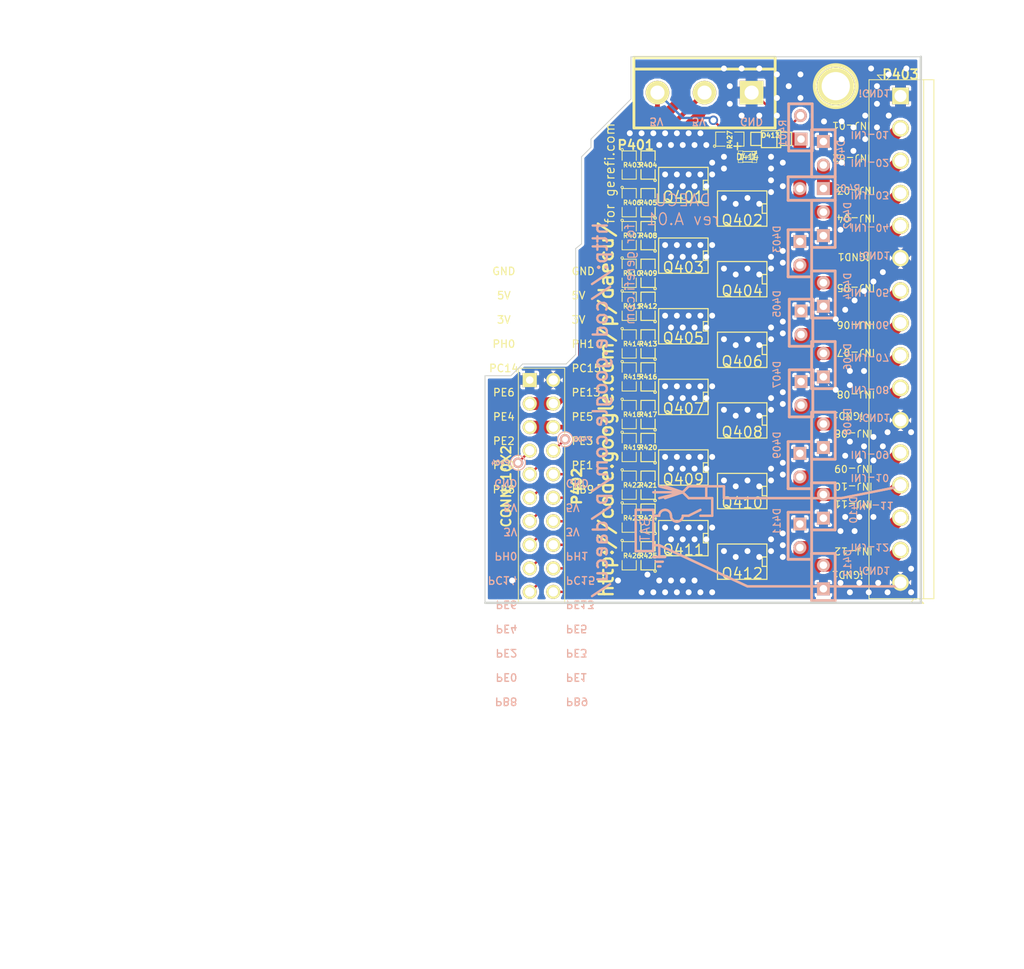
<source format=kicad_pcb>
(kicad_pcb (version 3) (host pcbnew "(2013-jul-07)-stable")
  (title_block (title "Analgo Protection board for gerefi.com") (rev .01) (company gerefi.com) (comment 3 Art_Electro))
  (layers (15 F.Cu signal) (0 B.Cu signal) (18 B.Paste user) (19 F.Paste user) (20 B.SilkS user) (21 F.SilkS user) (22 B.Mask user) (23 F.Mask user) (28 Edge.Cuts user))
  (net 0 "")
  (net 1 /3.3V)
  (net 2 /5V)
  (net 3 /INJ-01)
  (net 4 /INJ-01_2)
  (net 5 /INJ-01_5V)
  (net 6 /INJ-02)
  (net 7 /INJ-02_5V)
  (net 8 /INJ-03)
  (net 9 /INJ-03_5V)
  (net 10 /INJ-04)
  (net 11 /INJ-04_5V)
  (net 12 /INJ-05)
  (net 13 /INJ-05_5V)
  (net 14 /INJ-06)
  (net 15 /INJ-06_5V)
  (net 16 /INJ-07)
  (net 17 /INJ-07_5V)
  (net 18 /INJ-08)
  (net 19 /INJ-08_5V)
  (net 20 /INJ-09)
  (net 21 /INJ-09_5V)
  (net 22 /INJ-10)
  (net 23 /INJ-10_5V)
  (net 24 /INJ-11)
  (net 25 /INJ-11_5V)
  (net 26 /INJ-12)
  (net 27 /INJ-12_5V)
  (net 28 /PH0)
  (net 29 /PH1)
  (net 30 GND)
  (net 31 N-000001)
  (net 32 N-0000012)
  (net 33 N-0000013)
  (net 34 N-0000015)
  (net 35 N-0000016)
  (net 36 N-000002)
  (net 37 N-0000020)
  (net 38 N-0000029)
  (net 39 N-000003)
  (net 40 N-0000034)
  (net 41 N-0000035)
  (net 42 N-0000038)
  (net 43 N-0000041)
  (net 44 N-0000042)
  (module SIL-16_3.5MM (layer F.Cu) (at 217.805 122.555 270)
    (fp_text reference P403 (at -28.575 0 360) (layer F.SilkS) (effects (font (size 1.016 1.016) (thickness 0.2032))))
    (fp_text value CONN_16 hide)
    (pad 16 thru_hole circle (at 26.25 0 270) (size 1.8 1.8) (drill 1.3) (layers *.Cu *.Mask F.SilkS) (net 30 GND))
    (pad 15 thru_hole circle (at 22.75 0 270) (size 1.8 1.8) (drill 1.3) (layers *.Cu *.Mask F.SilkS) (net 26 /INJ-12))
    (pad 1 thru_hole rect (at -26.25 0 270) (size 1.8 1.8) (drill 1.3) (layers *.Cu *.Mask F.SilkS) (net 30 GND))
    (pad 2 thru_hole circle (at -22.75 0 270) (size 1.8 1.8) (drill 1.3) (layers *.Cu *.Mask F.SilkS) (net 4 /INJ-01_2))
    (pad 3 thru_hole circle (at -19.25 0 270) (size 1.8 1.8) (drill 1.3) (layers *.Cu *.Mask F.SilkS) (net 6 /INJ-02))
    (pad 4 thru_hole circle (at -15.75 0 270) (size 1.8 1.8) (drill 1.3) (layers *.Cu *.Mask F.SilkS) (net 8 /INJ-03))
    (pad 5 thru_hole circle (at -12.25 0 270) (size 1.8 1.8) (drill 1.3) (layers *.Cu *.Mask F.SilkS) (net 10 /INJ-04))
    (pad 6 thru_hole circle (at -8.75 0 270) (size 1.8 1.8) (drill 1.3) (layers *.Cu *.Mask F.SilkS) (net 30 GND))
    (pad 7 thru_hole circle (at -5.25 0 270) (size 1.8 1.8) (drill 1.3) (layers *.Cu *.Mask F.SilkS) (net 12 /INJ-05))
    (pad 8 thru_hole circle (at -1.75 0 270) (size 1.8 1.8) (drill 1.3) (layers *.Cu *.Mask F.SilkS) (net 14 /INJ-06))
    (pad 9 thru_hole circle (at 1.75 0 270) (size 1.8 1.8) (drill 1.3) (layers *.Cu *.Mask F.SilkS) (net 16 /INJ-07))
    (pad 10 thru_hole circle (at 5.25 0 270) (size 1.8 1.8) (drill 1.3) (layers *.Cu *.Mask F.SilkS) (net 18 /INJ-08))
    (pad 11 thru_hole circle (at 8.75 0 270) (size 1.8 1.8) (drill 1.3) (layers *.Cu *.Mask F.SilkS) (net 30 GND))
    (pad 12 thru_hole circle (at 12.25 0 270) (size 1.8 1.8) (drill 1.3) (layers *.Cu *.Mask F.SilkS) (net 20 /INJ-09))
    (pad 13 thru_hole circle (at 15.75 0 270) (size 1.8 1.8) (drill 1.3) (layers *.Cu *.Mask F.SilkS) (net 22 /INJ-10))
    (pad 14 thru_hole circle (at 19.25 0 270) (size 1.8 1.8) (drill 1.3) (layers *.Cu *.Mask F.SilkS) (net 24 /INJ-11))
  )
  (module SM0805 (layer F.Cu) (at 188.5315 103.759 270)
    (fp_text reference R403 (at 0 -0.3175 360) (layer F.SilkS) (effects (font (size 0.50038 0.50038) (thickness 0.10922))))
    (fp_text value 20R hide)
    (pad 1 smd rect (at -0.9525 0 270) (size 0.889 1.397) (layers F.Cu F.Paste F.Mask) (net 38 N-0000029))
    (pad 2 smd rect (at 0.9525 0 270) (size 0.889 1.397) (layers F.Cu F.Paste F.Mask) (net 5 /INJ-01_5V))
  )
  (module SM0805 (layer F.Cu) (at 188.5315 107.823 270)
    (fp_text reference R406 (at 0 -0.3175 360) (layer F.SilkS) (effects (font (size 0.50038 0.50038) (thickness 0.10922))))
    (fp_text value 20R hide)
    (pad 1 smd rect (at -0.9525 0 270) (size 0.889 1.397) (layers F.Cu F.Paste F.Mask) (net 37 N-0000020))
    (pad 2 smd rect (at 0.9525 0 270) (size 0.889 1.397) (layers F.Cu F.Paste F.Mask) (net 7 /INJ-02_5V))
  )
  (module SM0805 (layer F.Cu) (at 188.5315 111.379 270)
    (fp_text reference R407 (at 0 -0.3175 360) (layer F.SilkS) (effects (font (size 0.50038 0.50038) (thickness 0.10922))))
    (fp_text value 20R hide)
    (pad 1 smd rect (at -0.9525 0 270) (size 0.889 1.397) (layers F.Cu F.Paste F.Mask) (net 41 N-0000035))
    (pad 2 smd rect (at 0.9525 0 270) (size 0.889 1.397) (layers F.Cu F.Paste F.Mask) (net 9 /INJ-03_5V))
  )
  (module SM0805 (layer F.Cu) (at 188.5315 115.443 270)
    (fp_text reference R410 (at 0 -0.3175 360) (layer F.SilkS) (effects (font (size 0.50038 0.50038) (thickness 0.10922))))
    (fp_text value 20R hide)
    (pad 1 smd rect (at -0.9525 0 270) (size 0.889 1.397) (layers F.Cu F.Paste F.Mask) (net 34 N-0000015))
    (pad 2 smd rect (at 0.9525 0 270) (size 0.889 1.397) (layers F.Cu F.Paste F.Mask) (net 11 /INJ-04_5V))
  )
  (module SM0805 (layer F.Cu) (at 188.5315 118.999 270)
    (fp_text reference R411 (at 0 -0.3175 360) (layer F.SilkS) (effects (font (size 0.50038 0.50038) (thickness 0.10922))))
    (fp_text value 20R hide)
    (pad 1 smd rect (at -0.9525 0 270) (size 0.889 1.397) (layers F.Cu F.Paste F.Mask) (net 40 N-0000034))
    (pad 2 smd rect (at 0.9525 0 270) (size 0.889 1.397) (layers F.Cu F.Paste F.Mask) (net 13 /INJ-05_5V))
  )
  (module SM0805 (layer F.Cu) (at 188.5315 123.063 270)
    (fp_text reference R414 (at 0 -0.3175 360) (layer F.SilkS) (effects (font (size 0.50038 0.50038) (thickness 0.10922))))
    (fp_text value 20R hide)
    (pad 1 smd rect (at -0.9525 0 270) (size 0.889 1.397) (layers F.Cu F.Paste F.Mask) (net 35 N-0000016))
    (pad 2 smd rect (at 0.9525 0 270) (size 0.889 1.397) (layers F.Cu F.Paste F.Mask) (net 15 /INJ-06_5V))
  )
  (module SIL-2 (layer B.Cu) (at 206.9465 136.144 270)
    (fp_text reference D409 (at -2.159 2.4765 270) (layer B.SilkS) (effects (font (size 0.762 0.762) (thickness 0.127)) (justify mirror)))
    (fp_text value DIODE hide)
    (pad 1 thru_hole rect (at -1.27 0 270) (size 1.397 1.397) (drill 0.8128) (layers *.Cu *.Mask B.SilkS) (net 30 GND))
    (pad 2 thru_hole circle (at 1.27 0 270) (size 1.397 1.397) (drill 0.8128) (layers *.Cu *.Mask B.SilkS) (net 20 /INJ-09))
  )
  (module SIL-2 (layer B.Cu) (at 206.9465 113.284 270)
    (fp_text reference D403 (at -1.524 2.4765 270) (layer B.SilkS) (effects (font (size 0.762 0.762) (thickness 0.127)) (justify mirror)))
    (fp_text value DIODE hide)
    (pad 1 thru_hole rect (at -1.27 0 270) (size 1.397 1.397) (drill 0.8128) (layers *.Cu *.Mask B.SilkS) (net 30 GND))
    (pad 2 thru_hole circle (at 1.27 0 270) (size 1.397 1.397) (drill 0.8128) (layers *.Cu *.Mask B.SilkS) (net 8 /INJ-03))
  )
  (module SIL-2 (layer B.Cu) (at 209.4865 132.969 90)
    (fp_text reference D408 (at 1.524 2.6035 90) (layer B.SilkS) (effects (font (size 0.762 0.762) (thickness 0.127)) (justify mirror)))
    (fp_text value DIODE hide)
    (pad 1 thru_hole rect (at -1.27 0 90) (size 1.397 1.397) (drill 0.8128) (layers *.Cu *.Mask B.SilkS) (net 30 GND))
    (pad 2 thru_hole circle (at 1.27 0 90) (size 1.397 1.397) (drill 0.8128) (layers *.Cu *.Mask B.SilkS) (net 18 /INJ-08))
  )
  (module SIL-2 (layer B.Cu) (at 209.4865 110.109 90)
    (fp_text reference D402 (at 0.889 2.6035 90) (layer B.SilkS) (effects (font (size 0.762 0.762) (thickness 0.127)) (justify mirror)))
    (fp_text value DIODE hide)
    (pad 1 thru_hole rect (at -1.27 0 90) (size 1.397 1.397) (drill 0.8128) (layers *.Cu *.Mask B.SilkS) (net 30 GND))
    (pad 2 thru_hole circle (at 1.27 0 90) (size 1.397 1.397) (drill 0.8128) (layers *.Cu *.Mask B.SilkS) (net 6 /INJ-02))
  )
  (module SIL-2 (layer B.Cu) (at 207.0735 128.397 270)
    (fp_text reference D407 (at -2.032 2.6035 270) (layer B.SilkS) (effects (font (size 0.762 0.762) (thickness 0.127)) (justify mirror)))
    (fp_text value DIODE hide)
    (pad 1 thru_hole rect (at -1.27 0 270) (size 1.397 1.397) (drill 0.8128) (layers *.Cu *.Mask B.SilkS) (net 30 GND))
    (pad 2 thru_hole circle (at 1.27 0 270) (size 1.397 1.397) (drill 0.8128) (layers *.Cu *.Mask B.SilkS) (net 16 /INJ-07))
  )
  (module SIL-2 (layer B.Cu) (at 209.4865 102.489 270)
    (fp_text reference D401 (at 0 -1.905 270) (layer B.SilkS) (effects (font (size 0.762 0.762) (thickness 0.127)) (justify mirror)))
    (fp_text value DIODE hide)
    (pad 1 thru_hole rect (at -1.27 0 270) (size 1.397 1.397) (drill 0.8128) (layers *.Cu *.Mask B.SilkS) (net 30 GND))
    (pad 2 thru_hole circle (at 1.27 0 270) (size 1.397 1.397) (drill 0.8128) (layers *.Cu *.Mask B.SilkS) (net 4 /INJ-01_2))
  )
  (module SM0805 (layer F.Cu) (at 190.5635 118.999 90)
    (fp_text reference R412 (at 0 0 180) (layer F.SilkS) (effects (font (size 0.508 0.508) (thickness 0.127))))
    (fp_text value 1K hide)
    (pad 1 smd rect (at -0.9525 0 90) (size 0.889 1.397) (layers F.Cu F.Paste F.Mask) (net 30 GND))
    (pad 2 smd rect (at 0.9525 0 90) (size 0.889 1.397) (layers F.Cu F.Paste F.Mask) (net 40 N-0000034))
  )
  (module SM0805 (layer F.Cu) (at 190.5635 123.063 90)
    (fp_text reference R413 (at 0 0 180) (layer F.SilkS) (effects (font (size 0.508 0.508) (thickness 0.127))))
    (fp_text value 1K hide)
    (pad 1 smd rect (at -0.9525 0 90) (size 0.889 1.397) (layers F.Cu F.Paste F.Mask) (net 30 GND))
    (pad 2 smd rect (at 0.9525 0 90) (size 0.889 1.397) (layers F.Cu F.Paste F.Mask) (net 35 N-0000016))
  )
  (module SM0805 (layer F.Cu) (at 190.5635 111.379 90)
    (fp_text reference R408 (at 0 0 180) (layer F.SilkS) (effects (font (size 0.508 0.508) (thickness 0.127))))
    (fp_text value 1K hide)
    (pad 1 smd rect (at -0.9525 0 90) (size 0.889 1.397) (layers F.Cu F.Paste F.Mask) (net 30 GND))
    (pad 2 smd rect (at 0.9525 0 90) (size 0.889 1.397) (layers F.Cu F.Paste F.Mask) (net 41 N-0000035))
  )
  (module SM0805 (layer F.Cu) (at 190.5635 115.443 90)
    (fp_text reference R409 (at 0 0 180) (layer F.SilkS) (effects (font (size 0.508 0.508) (thickness 0.127))))
    (fp_text value 1K hide)
    (pad 1 smd rect (at -0.9525 0 90) (size 0.889 1.397) (layers F.Cu F.Paste F.Mask) (net 30 GND))
    (pad 2 smd rect (at 0.9525 0 90) (size 0.889 1.397) (layers F.Cu F.Paste F.Mask) (net 34 N-0000015))
  )
  (module SM0805 (layer F.Cu) (at 190.5635 107.823 90)
    (fp_text reference R405 (at 0 0 180) (layer F.SilkS) (effects (font (size 0.508 0.508) (thickness 0.127))))
    (fp_text value 1K hide)
    (pad 1 smd rect (at -0.9525 0 90) (size 0.889 1.397) (layers F.Cu F.Paste F.Mask) (net 30 GND))
    (pad 2 smd rect (at 0.9525 0 90) (size 0.889 1.397) (layers F.Cu F.Paste F.Mask) (net 37 N-0000020))
  )
  (module SM0805 (layer F.Cu) (at 190.5635 103.759 90)
    (fp_text reference R404 (at 0 0 180) (layer F.SilkS) (effects (font (size 0.508 0.508) (thickness 0.127))))
    (fp_text value 1K hide)
    (pad 1 smd rect (at -0.9525 0 90) (size 0.889 1.397) (layers F.Cu F.Paste F.Mask) (net 30 GND))
    (pad 2 smd rect (at 0.9525 0 90) (size 0.889 1.397) (layers F.Cu F.Paste F.Mask) (net 38 N-0000029))
  )
  (module SO8E_ST (layer F.Cu) (at 194.3735 121.158 180)
    (fp_text reference Q405 (at 0 -1.27 180) (layer F.SilkS) (effects (font (size 1.143 1.143) (thickness 0.1524))))
    (fp_text value OVP_DRIVER hide)
    (pad 2 smd rect (at -1.905 -2.667 180) (size 0.508 1.143) (layers F.Cu F.Paste F.Mask) (net 12 /INJ-05))
    (pad 3 smd rect (at -1.905 2.667 180) (size 0.508 1.143) (layers F.Cu F.Paste F.Mask) (net 30 GND))
    (pad 2 smd rect (at -0.635 -2.667 180) (size 0.508 1.143) (layers F.Cu F.Paste F.Mask) (net 12 /INJ-05))
    (pad 2 smd rect (at 0.635 -2.667 180) (size 0.508 1.143) (layers F.Cu F.Paste F.Mask) (net 12 /INJ-05))
    (pad 2 smd rect (at 1.905 -2.667 180) (size 0.508 1.143) (layers F.Cu F.Paste F.Mask) (net 12 /INJ-05))
    (pad 3 smd rect (at -0.635 2.667 180) (size 0.508 1.143) (layers F.Cu F.Paste F.Mask) (net 30 GND))
    (pad 3 smd rect (at 0.635 2.667 180) (size 0.508 1.143) (layers F.Cu F.Paste F.Mask) (net 30 GND))
    (pad 1 smd rect (at 1.905 2.667 180) (size 0.508 1.143) (layers F.Cu F.Paste F.Mask) (net 40 N-0000034))
  )
  (module SO8E_ST (layer F.Cu) (at 200.7235 123.698 180)
    (fp_text reference Q406 (at 0 -1.27 180) (layer F.SilkS) (effects (font (size 1.143 1.143) (thickness 0.1524))))
    (fp_text value OVP_DRIVER hide)
    (pad 2 smd rect (at -1.905 -2.667 180) (size 0.508 1.143) (layers F.Cu F.Paste F.Mask) (net 14 /INJ-06))
    (pad 3 smd rect (at -1.905 2.667 180) (size 0.508 1.143) (layers F.Cu F.Paste F.Mask) (net 30 GND))
    (pad 2 smd rect (at -0.635 -2.667 180) (size 0.508 1.143) (layers F.Cu F.Paste F.Mask) (net 14 /INJ-06))
    (pad 2 smd rect (at 0.635 -2.667 180) (size 0.508 1.143) (layers F.Cu F.Paste F.Mask) (net 14 /INJ-06))
    (pad 2 smd rect (at 1.905 -2.667 180) (size 0.508 1.143) (layers F.Cu F.Paste F.Mask) (net 14 /INJ-06))
    (pad 3 smd rect (at -0.635 2.667 180) (size 0.508 1.143) (layers F.Cu F.Paste F.Mask) (net 30 GND))
    (pad 3 smd rect (at 0.635 2.667 180) (size 0.508 1.143) (layers F.Cu F.Paste F.Mask) (net 30 GND))
    (pad 1 smd rect (at 1.905 2.667 180) (size 0.508 1.143) (layers F.Cu F.Paste F.Mask) (net 35 N-0000016))
  )
  (module SO8E_ST (layer F.Cu) (at 194.3735 113.538 180)
    (fp_text reference Q403 (at 0 -1.27 180) (layer F.SilkS) (effects (font (size 1.143 1.143) (thickness 0.1524))))
    (fp_text value OVP_DRIVER hide)
    (pad 2 smd rect (at -1.905 -2.667 180) (size 0.508 1.143) (layers F.Cu F.Paste F.Mask) (net 8 /INJ-03))
    (pad 3 smd rect (at -1.905 2.667 180) (size 0.508 1.143) (layers F.Cu F.Paste F.Mask) (net 30 GND))
    (pad 2 smd rect (at -0.635 -2.667 180) (size 0.508 1.143) (layers F.Cu F.Paste F.Mask) (net 8 /INJ-03))
    (pad 2 smd rect (at 0.635 -2.667 180) (size 0.508 1.143) (layers F.Cu F.Paste F.Mask) (net 8 /INJ-03))
    (pad 2 smd rect (at 1.905 -2.667 180) (size 0.508 1.143) (layers F.Cu F.Paste F.Mask) (net 8 /INJ-03))
    (pad 3 smd rect (at -0.635 2.667 180) (size 0.508 1.143) (layers F.Cu F.Paste F.Mask) (net 30 GND))
    (pad 3 smd rect (at 0.635 2.667 180) (size 0.508 1.143) (layers F.Cu F.Paste F.Mask) (net 30 GND))
    (pad 1 smd rect (at 1.905 2.667 180) (size 0.508 1.143) (layers F.Cu F.Paste F.Mask) (net 41 N-0000035))
  )
  (module SO8E_ST (layer F.Cu) (at 200.7235 108.458 180)
    (fp_text reference Q402 (at 0 -1.27 180) (layer F.SilkS) (effects (font (size 1.143 1.143) (thickness 0.1524))))
    (fp_text value OVP_DRIVER hide)
    (pad 2 smd rect (at -1.905 -2.667 180) (size 0.508 1.143) (layers F.Cu F.Paste F.Mask) (net 6 /INJ-02))
    (pad 3 smd rect (at -1.905 2.667 180) (size 0.508 1.143) (layers F.Cu F.Paste F.Mask) (net 30 GND))
    (pad 2 smd rect (at -0.635 -2.667 180) (size 0.508 1.143) (layers F.Cu F.Paste F.Mask) (net 6 /INJ-02))
    (pad 2 smd rect (at 0.635 -2.667 180) (size 0.508 1.143) (layers F.Cu F.Paste F.Mask) (net 6 /INJ-02))
    (pad 2 smd rect (at 1.905 -2.667 180) (size 0.508 1.143) (layers F.Cu F.Paste F.Mask) (net 6 /INJ-02))
    (pad 3 smd rect (at -0.635 2.667 180) (size 0.508 1.143) (layers F.Cu F.Paste F.Mask) (net 30 GND))
    (pad 3 smd rect (at 0.635 2.667 180) (size 0.508 1.143) (layers F.Cu F.Paste F.Mask) (net 30 GND))
    (pad 1 smd rect (at 1.905 2.667 180) (size 0.508 1.143) (layers F.Cu F.Paste F.Mask) (net 37 N-0000020))
  )
  (module SO8E_ST (layer F.Cu) (at 194.3735 105.918 180)
    (fp_text reference Q401 (at 0 -1.27 180) (layer F.SilkS) (effects (font (size 1.143 1.143) (thickness 0.1524))))
    (fp_text value OVP_DRIVER hide)
    (pad 2 smd rect (at -1.905 -2.667 180) (size 0.508 1.143) (layers F.Cu F.Paste F.Mask) (net 3 /INJ-01))
    (pad 3 smd rect (at -1.905 2.667 180) (size 0.508 1.143) (layers F.Cu F.Paste F.Mask) (net 30 GND))
    (pad 2 smd rect (at -0.635 -2.667 180) (size 0.508 1.143) (layers F.Cu F.Paste F.Mask) (net 3 /INJ-01))
    (pad 2 smd rect (at 0.635 -2.667 180) (size 0.508 1.143) (layers F.Cu F.Paste F.Mask) (net 3 /INJ-01))
    (pad 2 smd rect (at 1.905 -2.667 180) (size 0.508 1.143) (layers F.Cu F.Paste F.Mask) (net 3 /INJ-01))
    (pad 3 smd rect (at -0.635 2.667 180) (size 0.508 1.143) (layers F.Cu F.Paste F.Mask) (net 30 GND))
    (pad 3 smd rect (at 0.635 2.667 180) (size 0.508 1.143) (layers F.Cu F.Paste F.Mask) (net 30 GND))
    (pad 1 smd rect (at 1.905 2.667 180) (size 0.508 1.143) (layers F.Cu F.Paste F.Mask) (net 38 N-0000029))
  )
  (module SO8E_ST (layer F.Cu) (at 200.7235 116.078 180)
    (fp_text reference Q404 (at 0 -1.27 180) (layer F.SilkS) (effects (font (size 1.143 1.143) (thickness 0.1524))))
    (fp_text value OVP_DRIVER hide)
    (pad 2 smd rect (at -1.905 -2.667 180) (size 0.508 1.143) (layers F.Cu F.Paste F.Mask) (net 10 /INJ-04))
    (pad 3 smd rect (at -1.905 2.667 180) (size 0.508 1.143) (layers F.Cu F.Paste F.Mask) (net 30 GND))
    (pad 2 smd rect (at -0.635 -2.667 180) (size 0.508 1.143) (layers F.Cu F.Paste F.Mask) (net 10 /INJ-04))
    (pad 2 smd rect (at 0.635 -2.667 180) (size 0.508 1.143) (layers F.Cu F.Paste F.Mask) (net 10 /INJ-04))
    (pad 2 smd rect (at 1.905 -2.667 180) (size 0.508 1.143) (layers F.Cu F.Paste F.Mask) (net 10 /INJ-04))
    (pad 3 smd rect (at -0.635 2.667 180) (size 0.508 1.143) (layers F.Cu F.Paste F.Mask) (net 30 GND))
    (pad 3 smd rect (at 0.635 2.667 180) (size 0.508 1.143) (layers F.Cu F.Paste F.Mask) (net 30 GND))
    (pad 1 smd rect (at 1.905 2.667 180) (size 0.508 1.143) (layers F.Cu F.Paste F.Mask) (net 34 N-0000015))
  )
  (module SO8E_ST (layer F.Cu) (at 194.3735 136.398 180)
    (fp_text reference Q409 (at 0 -1.27 180) (layer F.SilkS) (effects (font (size 1.143 1.143) (thickness 0.1524))))
    (fp_text value OVP_DRIVER hide)
    (pad 2 smd rect (at -1.905 -2.667 180) (size 0.508 1.143) (layers F.Cu F.Paste F.Mask) (net 20 /INJ-09))
    (pad 3 smd rect (at -1.905 2.667 180) (size 0.508 1.143) (layers F.Cu F.Paste F.Mask) (net 30 GND))
    (pad 2 smd rect (at -0.635 -2.667 180) (size 0.508 1.143) (layers F.Cu F.Paste F.Mask) (net 20 /INJ-09))
    (pad 2 smd rect (at 0.635 -2.667 180) (size 0.508 1.143) (layers F.Cu F.Paste F.Mask) (net 20 /INJ-09))
    (pad 2 smd rect (at 1.905 -2.667 180) (size 0.508 1.143) (layers F.Cu F.Paste F.Mask) (net 20 /INJ-09))
    (pad 3 smd rect (at -0.635 2.667 180) (size 0.508 1.143) (layers F.Cu F.Paste F.Mask) (net 30 GND))
    (pad 3 smd rect (at 0.635 2.667 180) (size 0.508 1.143) (layers F.Cu F.Paste F.Mask) (net 30 GND))
    (pad 1 smd rect (at 1.905 2.667 180) (size 0.508 1.143) (layers F.Cu F.Paste F.Mask) (net 42 N-0000038))
  )
  (module SO8E_ST (layer F.Cu) (at 200.7235 146.558 180)
    (fp_text reference Q412 (at 0 -1.27 180) (layer F.SilkS) (effects (font (size 1.143 1.143) (thickness 0.1524))))
    (fp_text value OVP_DRIVER hide)
    (pad 2 smd rect (at -1.905 -2.667 180) (size 0.508 1.143) (layers F.Cu F.Paste F.Mask) (net 26 /INJ-12))
    (pad 3 smd rect (at -1.905 2.667 180) (size 0.508 1.143) (layers F.Cu F.Paste F.Mask) (net 30 GND))
    (pad 2 smd rect (at -0.635 -2.667 180) (size 0.508 1.143) (layers F.Cu F.Paste F.Mask) (net 26 /INJ-12))
    (pad 2 smd rect (at 0.635 -2.667 180) (size 0.508 1.143) (layers F.Cu F.Paste F.Mask) (net 26 /INJ-12))
    (pad 2 smd rect (at 1.905 -2.667 180) (size 0.508 1.143) (layers F.Cu F.Paste F.Mask) (net 26 /INJ-12))
    (pad 3 smd rect (at -0.635 2.667 180) (size 0.508 1.143) (layers F.Cu F.Paste F.Mask) (net 30 GND))
    (pad 3 smd rect (at 0.635 2.667 180) (size 0.508 1.143) (layers F.Cu F.Paste F.Mask) (net 30 GND))
    (pad 1 smd rect (at 1.905 2.667 180) (size 0.508 1.143) (layers F.Cu F.Paste F.Mask) (net 39 N-000003))
  )
  (module SO8E_ST (layer F.Cu) (at 194.3735 144.018 180)
    (fp_text reference Q411 (at 0 -1.27 180) (layer F.SilkS) (effects (font (size 1.143 1.143) (thickness 0.1524))))
    (fp_text value OVP_DRIVER hide)
    (pad 2 smd rect (at -1.905 -2.667 180) (size 0.508 1.143) (layers F.Cu F.Paste F.Mask) (net 24 /INJ-11))
    (pad 3 smd rect (at -1.905 2.667 180) (size 0.508 1.143) (layers F.Cu F.Paste F.Mask) (net 30 GND))
    (pad 2 smd rect (at -0.635 -2.667 180) (size 0.508 1.143) (layers F.Cu F.Paste F.Mask) (net 24 /INJ-11))
    (pad 2 smd rect (at 0.635 -2.667 180) (size 0.508 1.143) (layers F.Cu F.Paste F.Mask) (net 24 /INJ-11))
    (pad 2 smd rect (at 1.905 -2.667 180) (size 0.508 1.143) (layers F.Cu F.Paste F.Mask) (net 24 /INJ-11))
    (pad 3 smd rect (at -0.635 2.667 180) (size 0.508 1.143) (layers F.Cu F.Paste F.Mask) (net 30 GND))
    (pad 3 smd rect (at 0.635 2.667 180) (size 0.508 1.143) (layers F.Cu F.Paste F.Mask) (net 30 GND))
    (pad 1 smd rect (at 1.905 2.667 180) (size 0.508 1.143) (layers F.Cu F.Paste F.Mask) (net 44 N-0000042))
  )
  (module SO8E_ST (layer F.Cu) (at 200.7235 138.938 180)
    (fp_text reference Q410 (at 0 -1.27 180) (layer F.SilkS) (effects (font (size 1.143 1.143) (thickness 0.1524))))
    (fp_text value OVP_DRIVER hide)
    (pad 2 smd rect (at -1.905 -2.667 180) (size 0.508 1.143) (layers F.Cu F.Paste F.Mask) (net 22 /INJ-10))
    (pad 3 smd rect (at -1.905 2.667 180) (size 0.508 1.143) (layers F.Cu F.Paste F.Mask) (net 30 GND))
    (pad 2 smd rect (at -0.635 -2.667 180) (size 0.508 1.143) (layers F.Cu F.Paste F.Mask) (net 22 /INJ-10))
    (pad 2 smd rect (at 0.635 -2.667 180) (size 0.508 1.143) (layers F.Cu F.Paste F.Mask) (net 22 /INJ-10))
    (pad 2 smd rect (at 1.905 -2.667 180) (size 0.508 1.143) (layers F.Cu F.Paste F.Mask) (net 22 /INJ-10))
    (pad 3 smd rect (at -0.635 2.667 180) (size 0.508 1.143) (layers F.Cu F.Paste F.Mask) (net 30 GND))
    (pad 3 smd rect (at 0.635 2.667 180) (size 0.508 1.143) (layers F.Cu F.Paste F.Mask) (net 30 GND))
    (pad 1 smd rect (at 1.905 2.667 180) (size 0.508 1.143) (layers F.Cu F.Paste F.Mask) (net 31 N-000001))
  )
  (module SO8E_ST (layer F.Cu) (at 194.3735 128.778 180)
    (fp_text reference Q407 (at 0 -1.27 180) (layer F.SilkS) (effects (font (size 1.143 1.143) (thickness 0.1524))))
    (fp_text value OVP_DRIVER hide)
    (pad 2 smd rect (at -1.905 -2.667 180) (size 0.508 1.143) (layers F.Cu F.Paste F.Mask) (net 16 /INJ-07))
    (pad 3 smd rect (at -1.905 2.667 180) (size 0.508 1.143) (layers F.Cu F.Paste F.Mask) (net 30 GND))
    (pad 2 smd rect (at -0.635 -2.667 180) (size 0.508 1.143) (layers F.Cu F.Paste F.Mask) (net 16 /INJ-07))
    (pad 2 smd rect (at 0.635 -2.667 180) (size 0.508 1.143) (layers F.Cu F.Paste F.Mask) (net 16 /INJ-07))
    (pad 2 smd rect (at 1.905 -2.667 180) (size 0.508 1.143) (layers F.Cu F.Paste F.Mask) (net 16 /INJ-07))
    (pad 3 smd rect (at -0.635 2.667 180) (size 0.508 1.143) (layers F.Cu F.Paste F.Mask) (net 30 GND))
    (pad 3 smd rect (at 0.635 2.667 180) (size 0.508 1.143) (layers F.Cu F.Paste F.Mask) (net 30 GND))
    (pad 1 smd rect (at 1.905 2.667 180) (size 0.508 1.143) (layers F.Cu F.Paste F.Mask) (net 43 N-0000041))
  )
  (module SO8E_ST (layer F.Cu) (at 200.7235 131.318 180)
    (fp_text reference Q408 (at 0 -1.27 180) (layer F.SilkS) (effects (font (size 1.143 1.143) (thickness 0.1524))))
    (fp_text value OVP_DRIVER hide)
    (pad 2 smd rect (at -1.905 -2.667 180) (size 0.508 1.143) (layers F.Cu F.Paste F.Mask) (net 18 /INJ-08))
    (pad 3 smd rect (at -1.905 2.667 180) (size 0.508 1.143) (layers F.Cu F.Paste F.Mask) (net 30 GND))
    (pad 2 smd rect (at -0.635 -2.667 180) (size 0.508 1.143) (layers F.Cu F.Paste F.Mask) (net 18 /INJ-08))
    (pad 2 smd rect (at 0.635 -2.667 180) (size 0.508 1.143) (layers F.Cu F.Paste F.Mask) (net 18 /INJ-08))
    (pad 2 smd rect (at 1.905 -2.667 180) (size 0.508 1.143) (layers F.Cu F.Paste F.Mask) (net 18 /INJ-08))
    (pad 3 smd rect (at -0.635 2.667 180) (size 0.508 1.143) (layers F.Cu F.Paste F.Mask) (net 30 GND))
    (pad 3 smd rect (at 0.635 2.667 180) (size 0.508 1.143) (layers F.Cu F.Paste F.Mask) (net 30 GND))
    (pad 1 smd rect (at 1.905 2.667 180) (size 0.508 1.143) (layers F.Cu F.Paste F.Mask) (net 36 N-000002))
  )
  (module SM0805 (layer F.Cu) (at 190.5635 145.923 90)
    (fp_text reference R425 (at 0 0 180) (layer F.SilkS) (effects (font (size 0.508 0.508) (thickness 0.127))))
    (fp_text value 1K hide)
    (pad 1 smd rect (at -0.9525 0 90) (size 0.889 1.397) (layers F.Cu F.Paste F.Mask) (net 30 GND))
    (pad 2 smd rect (at 0.9525 0 90) (size 0.889 1.397) (layers F.Cu F.Paste F.Mask) (net 39 N-000003))
  )
  (module SM0805 (layer F.Cu) (at 190.5635 141.859 90)
    (fp_text reference R424 (at 0 0 180) (layer F.SilkS) (effects (font (size 0.508 0.508) (thickness 0.127))))
    (fp_text value 1K hide)
    (pad 1 smd rect (at -0.9525 0 90) (size 0.889 1.397) (layers F.Cu F.Paste F.Mask) (net 30 GND))
    (pad 2 smd rect (at 0.9525 0 90) (size 0.889 1.397) (layers F.Cu F.Paste F.Mask) (net 44 N-0000042))
  )
  (module SM0805 (layer F.Cu) (at 190.5635 134.239 90)
    (fp_text reference R420 (at 0 0 180) (layer F.SilkS) (effects (font (size 0.508 0.508) (thickness 0.127))))
    (fp_text value 1K hide)
    (pad 1 smd rect (at -0.9525 0 90) (size 0.889 1.397) (layers F.Cu F.Paste F.Mask) (net 30 GND))
    (pad 2 smd rect (at 0.9525 0 90) (size 0.889 1.397) (layers F.Cu F.Paste F.Mask) (net 42 N-0000038))
  )
  (module SM0805 (layer F.Cu) (at 190.5635 138.303 90)
    (fp_text reference R421 (at 0 0 180) (layer F.SilkS) (effects (font (size 0.508 0.508) (thickness 0.127))))
    (fp_text value 1K hide)
    (pad 1 smd rect (at -0.9525 0 90) (size 0.889 1.397) (layers F.Cu F.Paste F.Mask) (net 30 GND))
    (pad 2 smd rect (at 0.9525 0 90) (size 0.889 1.397) (layers F.Cu F.Paste F.Mask) (net 31 N-000001))
  )
  (module SM0805 (layer F.Cu) (at 190.5635 126.619 90)
    (fp_text reference R416 (at 0 0 180) (layer F.SilkS) (effects (font (size 0.508 0.508) (thickness 0.127))))
    (fp_text value 1K hide)
    (pad 1 smd rect (at -0.9525 0 90) (size 0.889 1.397) (layers F.Cu F.Paste F.Mask) (net 30 GND))
    (pad 2 smd rect (at 0.9525 0 90) (size 0.889 1.397) (layers F.Cu F.Paste F.Mask) (net 43 N-0000041))
  )
  (module SM0805 (layer F.Cu) (at 190.5635 130.683 90)
    (fp_text reference R417 (at 0 0 180) (layer F.SilkS) (effects (font (size 0.508 0.508) (thickness 0.127))))
    (fp_text value 1K hide)
    (pad 1 smd rect (at -0.9525 0 90) (size 0.889 1.397) (layers F.Cu F.Paste F.Mask) (net 30 GND))
    (pad 2 smd rect (at 0.9525 0 90) (size 0.889 1.397) (layers F.Cu F.Paste F.Mask) (net 36 N-000002))
  )
  (module bornier3 (layer F.Cu) (at 196.6595 95.9485 180)
    (fp_text reference P401 (at 7.4295 -5.6515 180) (layer F.SilkS) (effects (font (size 1.016 1.016) (thickness 0.2032))))
    (fp_text value CONN_3 hide)
    (pad 1 thru_hole rect (at -5.08 0 180) (size 2.54 2.54) (drill 1.524) (layers *.Cu *.Mask F.SilkS) (net 30 GND))
    (pad 2 thru_hole circle (at 0 0 180) (size 2.54 2.54) (drill 1.524) (layers *.Cu *.Mask F.SilkS) (net 1 /3.3V))
    (pad 3 thru_hole circle (at 5.08 0 180) (size 2.54 2.54) (drill 1.524) (layers *.Cu *.Mask F.SilkS) (net 2 /5V))
  )
  (module SOD-123 (layer F.Cu) (at 203.835 100.965)
    (fp_text reference D413 (at -0.0508 -0.4064) (layer F.SilkS) (effects (font (size 0.508 0.508) (thickness 0.127))))
    (fp_text value DIODE hide)
    (pad 1 smd rect (at -1.6256 -0.0254) (size 0.9652 1.27) (layers F.Cu F.Paste F.Mask) (net 32 N-0000012))
    (pad 2 smd rect (at 1.651 -0.0254) (size 0.9652 1.27) (layers F.Cu F.Paste F.Mask) (net 3 /INJ-01))
  )
  (module SM0805 (layer F.Cu) (at 199.39 100.965)
    (fp_text reference R427 (at 0 0.0635 90) (layer F.SilkS) (effects (font (size 0.508 0.508) (thickness 0.127))))
    (fp_text value 1K hide)
    (pad 1 smd rect (at -0.9525 0) (size 0.889 1.397) (layers F.Cu F.Paste F.Mask) (net 2 /5V))
    (pad 2 smd rect (at 0.9525 0) (size 0.889 1.397) (layers F.Cu F.Paste F.Mask) (net 33 N-0000013))
  )
  (module SIL-2 (layer B.Cu) (at 209.4865 117.729 90)
    (fp_text reference D404 (at 0.889 2.6035 90) (layer B.SilkS) (effects (font (size 0.762 0.762) (thickness 0.127)) (justify mirror)))
    (fp_text value DIODE hide)
    (pad 1 thru_hole rect (at -1.27 0 90) (size 1.397 1.397) (drill 0.8128) (layers *.Cu *.Mask B.SilkS) (net 30 GND))
    (pad 2 thru_hole circle (at 1.27 0 90) (size 1.397 1.397) (drill 0.8128) (layers *.Cu *.Mask B.SilkS) (net 10 /INJ-04))
  )
  (module SIL-2 (layer B.Cu) (at 209.4865 140.589 90)
    (fp_text reference D410 (at -0.381 3.2385 90) (layer B.SilkS) (effects (font (size 0.762 0.762) (thickness 0.127)) (justify mirror)))
    (fp_text value DIODE hide)
    (pad 1 thru_hole rect (at -1.27 0 90) (size 1.397 1.397) (drill 0.8128) (layers *.Cu *.Mask B.SilkS) (net 30 GND))
    (pad 2 thru_hole circle (at 1.27 0 90) (size 1.397 1.397) (drill 0.8128) (layers *.Cu *.Mask B.SilkS) (net 22 /INJ-10))
  )
  (module SIL-2 (layer B.Cu) (at 207.0735 120.777 270)
    (fp_text reference D405 (at -2.032 2.6035 270) (layer B.SilkS) (effects (font (size 0.762 0.762) (thickness 0.127)) (justify mirror)))
    (fp_text value DIODE hide)
    (pad 1 thru_hole rect (at -1.27 0 270) (size 1.397 1.397) (drill 0.8128) (layers *.Cu *.Mask B.SilkS) (net 30 GND))
    (pad 2 thru_hole circle (at 1.27 0 270) (size 1.397 1.397) (drill 0.8128) (layers *.Cu *.Mask B.SilkS) (net 12 /INJ-05))
  )
  (module SIL-2 (layer B.Cu) (at 206.9465 143.764 270)
    (fp_text reference D411 (at -1.524 2.4765 270) (layer B.SilkS) (effects (font (size 0.762 0.762) (thickness 0.127)) (justify mirror)))
    (fp_text value DIODE hide)
    (pad 1 thru_hole rect (at -1.27 0 270) (size 1.397 1.397) (drill 0.8128) (layers *.Cu *.Mask B.SilkS) (net 30 GND))
    (pad 2 thru_hole circle (at 1.27 0 270) (size 1.397 1.397) (drill 0.8128) (layers *.Cu *.Mask B.SilkS) (net 24 /INJ-11))
  )
  (module SIL-2 (layer B.Cu) (at 209.4865 125.349 90)
    (fp_text reference D406 (at 0.889 2.6035 90) (layer B.SilkS) (effects (font (size 0.762 0.762) (thickness 0.127)) (justify mirror)))
    (fp_text value DIODE hide)
    (pad 1 thru_hole rect (at -1.27 0 90) (size 1.397 1.397) (drill 0.8128) (layers *.Cu *.Mask B.SilkS) (net 30 GND))
    (pad 2 thru_hole circle (at 1.27 0 90) (size 1.397 1.397) (drill 0.8128) (layers *.Cu *.Mask B.SilkS) (net 14 /INJ-06))
  )
  (module SIL-2 (layer B.Cu) (at 209.4865 148.209 90)
    (fp_text reference D412 (at 1.524 2.6035 90) (layer B.SilkS) (effects (font (size 0.762 0.762) (thickness 0.127)) (justify mirror)))
    (fp_text value DIODE hide)
    (pad 1 thru_hole rect (at -1.27 0 90) (size 1.397 1.397) (drill 0.8128) (layers *.Cu *.Mask B.SilkS) (net 30 GND))
    (pad 2 thru_hole circle (at 1.27 0 90) (size 1.397 1.397) (drill 0.8128) (layers *.Cu *.Mask B.SilkS) (net 26 /INJ-12))
  )
  (module SIL-2 (layer B.Cu) (at 207.01 99.695 90)
    (fp_text reference R401 (at -0.635 -1.905 90) (layer B.SilkS) (effects (font (size 0.762 0.762) (thickness 0.127)) (justify mirror)))
    (fp_text value OPT hide)
    (pad 1 thru_hole rect (at -1.27 0.0635 90) (size 1.397 1.397) (drill 0.8128) (layers *.Cu *.Mask B.SilkS) (net 3 /INJ-01))
    (pad 2 thru_hole circle (at 1.27 0 90) (size 1.397 1.397) (drill 0.8128) (layers *.Cu *.Mask B.SilkS) (net 2 /5V))
  )
  (module SIL-2 (layer B.Cu) (at 208.2165 106.299 180)
    (fp_text reference R402 (at -3.81 0 180) (layer B.SilkS) (effects (font (size 0.762 0.762) (thickness 0.127)) (justify mirror)))
    (fp_text value 0R hide)
    (pad 1 thru_hole rect (at -1.27 0 180) (size 1.397 1.397) (drill 0.8128) (layers *.Cu *.Mask B.SilkS) (net 4 /INJ-01_2))
    (pad 2 thru_hole circle (at 1.27 0 180) (size 1.397 1.397) (drill 0.8128) (layers *.Cu *.Mask B.SilkS) (net 3 /INJ-01))
  )
  (module SM0805 (layer F.Cu) (at 188.5315 126.619 270)
    (fp_text reference R415 (at 0 -0.3175 360) (layer F.SilkS) (effects (font (size 0.50038 0.50038) (thickness 0.10922))))
    (fp_text value 20R hide)
    (pad 1 smd rect (at -0.9525 0 270) (size 0.889 1.397) (layers F.Cu F.Paste F.Mask) (net 43 N-0000041))
    (pad 2 smd rect (at 0.9525 0 270) (size 0.889 1.397) (layers F.Cu F.Paste F.Mask) (net 17 /INJ-07_5V))
  )
  (module SM0805 (layer F.Cu) (at 188.5315 130.683 270)
    (fp_text reference R418 (at 0 -0.3175 360) (layer F.SilkS) (effects (font (size 0.50038 0.50038) (thickness 0.10922))))
    (fp_text value 20R hide)
    (pad 1 smd rect (at -0.9525 0 270) (size 0.889 1.397) (layers F.Cu F.Paste F.Mask) (net 36 N-000002))
    (pad 2 smd rect (at 0.9525 0 270) (size 0.889 1.397) (layers F.Cu F.Paste F.Mask) (net 19 /INJ-08_5V))
  )
  (module SM0805 (layer F.Cu) (at 188.5315 134.239 270)
    (fp_text reference R419 (at 0 -0.3175 360) (layer F.SilkS) (effects (font (size 0.50038 0.50038) (thickness 0.10922))))
    (fp_text value 20R hide)
    (pad 1 smd rect (at -0.9525 0 270) (size 0.889 1.397) (layers F.Cu F.Paste F.Mask) (net 42 N-0000038))
    (pad 2 smd rect (at 0.9525 0 270) (size 0.889 1.397) (layers F.Cu F.Paste F.Mask) (net 21 /INJ-09_5V))
  )
  (module SM0805 (layer F.Cu) (at 188.5315 138.303 270)
    (fp_text reference R422 (at 0 -0.3175 360) (layer F.SilkS) (effects (font (size 0.50038 0.50038) (thickness 0.10922))))
    (fp_text value 20R hide)
    (pad 1 smd rect (at -0.9525 0 270) (size 0.889 1.397) (layers F.Cu F.Paste F.Mask) (net 31 N-000001))
    (pad 2 smd rect (at 0.9525 0 270) (size 0.889 1.397) (layers F.Cu F.Paste F.Mask) (net 23 /INJ-10_5V))
  )
  (module SM0805 (layer F.Cu) (at 188.5315 141.859 270)
    (fp_text reference R423 (at 0 -0.3175 360) (layer F.SilkS) (effects (font (size 0.50038 0.50038) (thickness 0.10922))))
    (fp_text value 20R hide)
    (pad 1 smd rect (at -0.9525 0 270) (size 0.889 1.397) (layers F.Cu F.Paste F.Mask) (net 44 N-0000042))
    (pad 2 smd rect (at 0.9525 0 270) (size 0.889 1.397) (layers F.Cu F.Paste F.Mask) (net 25 /INJ-11_5V))
  )
  (module SM0805 (layer F.Cu) (at 188.5315 145.923 270)
    (fp_text reference R426 (at 0 -0.3175 360) (layer F.SilkS) (effects (font (size 0.50038 0.50038) (thickness 0.10922))))
    (fp_text value 20R hide)
    (pad 1 smd rect (at -0.9525 0 270) (size 0.889 1.397) (layers F.Cu F.Paste F.Mask) (net 39 N-000003))
    (pad 2 smd rect (at 0.9525 0 270) (size 0.889 1.397) (layers F.Cu F.Paste F.Mask) (net 27 /INJ-12_5V))
  )
  (module PINTST (layer B.Cu) (at 176.53 135.89)
    (fp_text reference P404 (at -1.905 0) (layer B.SilkS) (effects (font (size 0.508 0.508) (thickness 0.127)) (justify mirror)))
    (fp_text value CONN_1 hide)
    (pad 1 thru_hole circle (at 0 0) (size 1.143 1.143) (drill 0.635) (layers *.Cu *.Mask B.SilkS) (net 28 /PH0))
  )
  (module PINTST (layer B.Cu) (at 181.61 133.35)
    (fp_text reference P405 (at 1.905 0) (layer B.SilkS) (effects (font (size 0.508 0.508) (thickness 0.127)) (justify mirror)))
    (fp_text value CONN_1 hide)
    (pad 1 thru_hole circle (at 0 0) (size 1.143 1.143) (drill 0.635) (layers *.Cu *.Mask B.SilkS) (net 29 /PH1))
  )
  (module 1pin (layer F.Cu) (at 210.82 95.25)
    (fp_text reference M401 hide)
    (fp_text value CONN_1 hide)
    (pad 1 thru_hole circle (at 0 0) (size 4.064 4.064) (drill 3.048) (layers *.Cu *.Mask F.SilkS))
  )
  (module PIN_ARRAY_10X2_M (layer F.Cu) (at 179.07 138.43 270)
    (fp_text reference P402 (at 0 -3.81 270) (layer F.SilkS) (effects (font (size 1.016 1.016) (thickness 0.254))))
    (fp_text value CONN_10X2 (at 0 3.81 270) (layer F.SilkS) (effects (font (size 1.016 1.016) (thickness 0.2032))))
    (pad 1 thru_hole rect (at -11.47064 1.27 270) (size 1.524 1.524) (drill 0.8128) (layers *.Cu *.Mask F.SilkS) (net 30 GND))
    (pad 2 thru_hole circle (at -11.47064 -1.27 270) (size 1.524 1.524) (drill 1.016) (layers *.Cu *.Mask F.SilkS) (net 30 GND))
    (pad 3 thru_hole circle (at -8.93064 1.27 270) (size 1.524 1.524) (drill 1.016) (layers *.Cu *.Mask F.SilkS) (net 2 /5V))
    (pad 4 thru_hole circle (at -8.93064 -1.27 270) (size 1.524 1.524) (drill 1.016) (layers *.Cu *.Mask F.SilkS) (net 2 /5V))
    (pad 5 thru_hole circle (at -6.39064 1.27 270) (size 1.524 1.524) (drill 1.016) (layers *.Cu *.Mask F.SilkS) (net 1 /3.3V))
    (pad 6 thru_hole circle (at -6.39064 -1.27 270) (size 1.524 1.524) (drill 1.016) (layers *.Cu *.Mask F.SilkS) (net 1 /3.3V))
    (pad 7 thru_hole circle (at -3.85064 1.27 270) (size 1.524 1.524) (drill 1.016) (layers *.Cu *.Mask F.SilkS) (net 28 /PH0))
    (pad 8 thru_hole circle (at -3.85064 -1.27 270) (size 1.524 1.524) (drill 1.016) (layers *.Cu *.Mask F.SilkS) (net 29 /PH1))
    (pad 9 thru_hole circle (at -1.31064 1.27 270) (size 1.524 1.524) (drill 1.016) (layers *.Cu *.Mask F.SilkS) (net 5 /INJ-01_5V))
    (pad 10 thru_hole circle (at -1.31064 -1.27 270) (size 1.524 1.524) (drill 1.016) (layers *.Cu *.Mask F.SilkS) (net 7 /INJ-02_5V))
    (pad 11 thru_hole circle (at 1.22936 1.27 270) (size 1.524 1.524) (drill 1.016) (layers *.Cu *.Mask F.SilkS) (net 9 /INJ-03_5V))
    (pad 12 thru_hole circle (at 1.22936 -1.27 270) (size 1.524 1.524) (drill 1.016) (layers *.Cu *.Mask F.SilkS) (net 11 /INJ-04_5V))
    (pad 13 thru_hole circle (at 3.76936 1.27 270) (size 1.524 1.524) (drill 1.016) (layers *.Cu *.Mask F.SilkS) (net 13 /INJ-05_5V))
    (pad 14 thru_hole circle (at 3.76936 -1.27 270) (size 1.524 1.524) (drill 1.016) (layers *.Cu *.Mask F.SilkS) (net 15 /INJ-06_5V))
    (pad 15 thru_hole circle (at 6.30936 1.27 270) (size 1.524 1.524) (drill 1.016) (layers *.Cu *.Mask F.SilkS) (net 17 /INJ-07_5V))
    (pad 16 thru_hole circle (at 6.30936 -1.27 270) (size 1.524 1.524) (drill 1.016) (layers *.Cu *.Mask F.SilkS) (net 19 /INJ-08_5V))
    (pad 17 thru_hole circle (at 8.84936 1.27 270) (size 1.524 1.524) (drill 1.016) (layers *.Cu *.Mask F.SilkS) (net 21 /INJ-09_5V))
    (pad 18 thru_hole circle (at 8.84936 -1.27 270) (size 1.524 1.524) (drill 1.016) (layers *.Cu *.Mask F.SilkS) (net 23 /INJ-10_5V))
    (pad 19 thru_hole circle (at 11.38936 1.27 270) (size 1.524 1.524) (drill 1.016) (layers *.Cu *.Mask F.SilkS) (net 25 /INJ-11_5V))
    (pad 20 thru_hole circle (at 11.38936 -1.27 270) (size 1.524 1.524) (drill 1.016) (layers *.Cu *.Mask F.SilkS) (net 27 /INJ-12_5V))
  )
  (module LED-0805_A (layer F.Cu) (at 201.295 102.87)
    (fp_text reference D414 (at 0 0) (layer F.SilkS) (effects (font (size 0.635 0.635) (thickness 0.10922))))
    (fp_text value LED_0805 hide)
    (pad 1 smd rect (at -1.04902 0) (size 1.19888 1.19888) (layers F.Cu F.Paste F.Mask) (net 33 N-0000013))
    (pad 2 smd rect (at 1.04902 0) (size 1.19888 1.19888) (layers F.Cu F.Paste F.Mask) (net 32 N-0000012))
  )
  (gr_text "for gerefi.com" (at 186.436 104.648 90) (layer F.SilkS) (effects (font (size 1.016 1.016) (thickness 0.127))))
  (gr_text http://code.google.com/p/daecu/ (at 186.055 130.175 90) (layer F.SilkS) (effects (font (size 1.524 1.524) (thickness 0.254))))
  (gr_text BAT (at 190.246 143.129 90) (layer B.SilkS) (effects (font (size 1.016 1.016) (thickness 0.127)) (justify mirror)))
  (gr_line (start 219.964 92.075) (end 188.722 92.075) (angle 90) (layer Edge.Cuts) (width 0.1))
  (gr_line (start 177.038 125.222) (end 181.737 125.222) (angle 90) (layer Edge.Cuts) (width 0.1))
  (gr_line (start 172.974 126.492) (end 175.768 126.492) (angle 90) (layer Edge.Cuts) (width 0.1))
  (gr_text INJ-08 (at 213 128.5 180) (layer F.SilkS) (effects (font (size 0.762 0.762) (thickness 0.1143))))
  (gr_text INJ-08 (at 214.5 128 180) (layer B.SilkS) (effects (font (size 0.762 0.762) (thickness 0.1143)) (justify mirror)))
  (gr_text iGND1 (at 215 96 180) (layer B.SilkS) (effects (font (size 0.762 0.762) (thickness 0.1143)) (justify mirror)))
  (gr_text INJ-01 (at 214.5 100.5 180) (layer B.SilkS) (effects (font (size 0.762 0.762) (thickness 0.1143)) (justify mirror)))
  (gr_text INJ-02 (at 214.5 103.5 180) (layer B.SilkS) (effects (font (size 0.762 0.762) (thickness 0.1143)) (justify mirror)))
  (gr_text INJ-03 (at 214.5 107 180) (layer B.SilkS) (effects (font (size 0.762 0.762) (thickness 0.1143)) (justify mirror)))
  (gr_text iGND1 (at 215 113.5 180) (layer B.SilkS) (effects (font (size 0.762 0.762) (thickness 0.1143)) (justify mirror)))
  (gr_text INJ-04 (at 214.5 110.5 180) (layer B.SilkS) (effects (font (size 0.762 0.762) (thickness 0.1143)) (justify mirror)))
  (gr_text INJ-05 (at 214.5 117.5 180) (layer B.SilkS) (effects (font (size 0.762 0.762) (thickness 0.1143)) (justify mirror)))
  (gr_text INJ-06 (at 214.5 121 180) (layer B.SilkS) (effects (font (size 0.762 0.762) (thickness 0.1143)) (justify mirror)))
  (gr_text INJ-07 (at 214.5 124.5 180) (layer B.SilkS) (effects (font (size 0.762 0.762) (thickness 0.1143)) (justify mirror)))
  (gr_text iGND1 (at 215 131 180) (layer B.SilkS) (effects (font (size 0.762 0.762) (thickness 0.1143)) (justify mirror)))
  (gr_text INJ-10 (at 214.5 137.5 180) (layer B.SilkS) (effects (font (size 0.762 0.762) (thickness 0.1143)) (justify mirror)))
  (gr_text INJ-09 (at 214.5 135 180) (layer B.SilkS) (effects (font (size 0.762 0.762) (thickness 0.1143)) (justify mirror)))
  (gr_text INJ-12 (at 214.5 145 180) (layer B.SilkS) (effects (font (size 0.762 0.762) (thickness 0.1143)) (justify mirror)))
  (gr_text INJ-11 (at 215 140.5 180) (layer B.SilkS) (effects (font (size 0.762 0.762) (thickness 0.1143)) (justify mirror)))
  (gr_text iGND1 (at 215 147.5 180) (layer B.SilkS) (effects (font (size 0.762 0.762) (thickness 0.1143)) (justify mirror)))
  (gr_line (start 201.295 149.225) (end 191.77 144.78) (angle 90) (layer B.SilkS) (width 0.254))
  (gr_line (start 208.915 149.225) (end 201.295 149.225) (angle 90) (layer B.SilkS) (width 0.254))
  (gr_line (start 217.805 149.225) (end 208.915 149.225) (angle 90) (layer B.SilkS) (width 0.254))
  (gr_line (start 191.643 147.066) (end 191.897 147.066) (angle 90) (layer B.SilkS) (width 0.254))
  (gr_line (start 191.389 146.558) (end 192.151 146.558) (angle 90) (layer B.SilkS) (width 0.254))
  (gr_line (start 191.135 146.05) (end 192.405 146.05) (angle 90) (layer B.SilkS) (width 0.254))
  (gr_line (start 191.77 144.78) (end 191.77 146.05) (angle 90) (layer B.SilkS) (width 0.254))
  (gr_line (start 191.135 144.78) (end 191.77 144.78) (angle 90) (layer B.SilkS) (width 0.254))
  (gr_line (start 191.77 141.605) (end 191.135 141.605) (angle 90) (layer B.SilkS) (width 0.254))
  (gr_line (start 189.23 140.97) (end 191.135 140.97) (angle 90) (layer B.SilkS) (width 0.254))
  (gr_line (start 189.23 145.415) (end 189.23 140.97) (angle 90) (layer B.SilkS) (width 0.254))
  (gr_line (start 191.135 145.415) (end 189.23 145.415) (angle 90) (layer B.SilkS) (width 0.254))
  (gr_line (start 191.135 140.97) (end 191.135 145.415) (angle 90) (layer B.SilkS) (width 0.254))
  (gr_line (start 211.455 139.7) (end 217.805 138.43) (angle 90) (layer B.SilkS) (width 0.254))
  (gr_line (start 198.755 139.7) (end 211.455 139.7) (angle 90) (layer B.SilkS) (width 0.254))
  (gr_line (start 198.755 138.43) (end 198.755 139.7) (angle 90) (layer B.SilkS) (width 0.254))
  (gr_line (start 196.85 138.43) (end 198.755 138.43) (angle 90) (layer B.SilkS) (width 0.254))
  (gr_line (start 197.485 139.7) (end 197.485 140.97) (angle 90) (layer B.SilkS) (width 0.254))
  (gr_line (start 196.85 139.7) (end 197.485 139.7) (angle 90) (layer B.SilkS) (width 0.254))
  (gr_line (start 194.31 139.065) (end 191.135 139.065) (angle 90) (layer B.SilkS) (width 0.254))
  (gr_line (start 194.31 139.065) (end 191.77 139.7) (angle 90) (layer B.SilkS) (width 0.254))
  (gr_line (start 194.31 139.065) (end 191.77 138.43) (angle 90) (layer B.SilkS) (width 0.254))
  (gr_line (start 194.31 139.065) (end 192.405 138.43) (angle 90) (layer B.SilkS) (width 0.254))
  (gr_line (start 194.31 139.065) (end 192.405 139.7) (angle 90) (layer B.SilkS) (width 0.254))
  (gr_line (start 194.945 139.7) (end 196.85 139.7) (angle 90) (layer B.SilkS) (width 0.254))
  (gr_line (start 194.31 139.065) (end 194.945 139.7) (angle 90) (layer B.SilkS) (width 0.254))
  (gr_line (start 194.945 138.43) (end 194.31 139.065) (angle 90) (layer B.SilkS) (width 0.254))
  (gr_line (start 196.85 138.43) (end 194.945 138.43) (angle 90) (layer B.SilkS) (width 0.254))
  (gr_line (start 196.85 139.7) (end 196.85 138.43) (angle 90) (layer B.SilkS) (width 0.254))
  (gr_line (start 197.485 141.605) (end 197.485 140.97) (angle 90) (layer B.SilkS) (width 0.254))
  (gr_line (start 196.215 141.605) (end 197.485 141.605) (angle 90) (layer B.SilkS) (width 0.254))
  (gr_line (start 194.945 141.605) (end 196.215 140.97) (angle 90) (layer B.SilkS) (width 0.254))
  (gr_line (start 194.31 141.605) (end 194.945 141.605) (angle 90) (layer B.SilkS) (width 0.254))
  (gr_arc (start 193.675 141.605) (end 194.31 141.605) (angle 90) (layer B.SilkS) (width 0.254))
  (gr_arc (start 193.675 141.605) (end 193.675 142.24) (angle 90) (layer B.SilkS) (width 0.254))
  (gr_arc (start 192.405 141.605) (end 192.405 140.97) (angle 90) (layer B.SilkS) (width 0.254))
  (gr_arc (start 192.405 141.605) (end 191.77 141.605) (angle 90) (layer B.SilkS) (width 0.254))
  (gr_text iGND1 (at 212.09 130.81 180) (layer F.SilkS) (effects (font (size 0.762 0.762) (thickness 0.1143))))
  (gr_text http://code.google.com/p/daecu/ (at 185.42 130.175 90) (layer B.SilkS) (effects (font (size 1.524 1.524) (thickness 0.254)) (justify mirror)))
  (gr_line (start 220 92.075) (end 220 151.003) (angle 90) (layer Edge.Cuts) (width 0.254))
  (gr_text iGND1 (at 212.09 147.955 180) (layer F.SilkS) (effects (font (size 0.762 0.762) (thickness 0.1143))))
  (gr_text INJ-09 (at 212.725 136.525 180) (layer F.SilkS) (effects (font (size 0.762 0.762) (thickness 0.1143))))
  (gr_text INJ-08 (at 212.725 132.715 180) (layer F.SilkS) (effects (font (size 0.762 0.762) (thickness 0.1143))))
  (gr_text INJ-07 (at 213 124 180) (layer F.SilkS) (effects (font (size 0.762 0.762) (thickness 0.1143))))
  (gr_text INJ-10 (at 212.725 138.43 180) (layer F.SilkS) (effects (font (size 0.762 0.762) (thickness 0.1143))))
  (gr_text INJ-11 (at 212.725 140.335 180) (layer F.SilkS) (effects (font (size 0.762 0.762) (thickness 0.1143))))
  (gr_text INJ-12 (at 212.725 145.415 180) (layer F.SilkS) (effects (font (size 0.762 0.762) (thickness 0.1143))))
  (gr_text "5V     3V      GND" (at 196.85 99.06 180) (layer B.SilkS) (effects (font (size 0.8128 0.8128) (thickness 0.127)) (justify mirror)))
  (gr_text "PB8\n\nPE0\n\nPE2\n\nPE4\n\nPE6\n\nPC14\n\nPH0\n\n3V\n\n5V\n\nGND" (at 176.53 149.86 180) (layer B.SilkS) (effects (font (size 0.8128 0.8128) (thickness 0.127)) (justify right mirror)))
  (gr_text "PB9\n\nPE1\n\nPE3\n\nPE5\n\nPE13\n\nPC15\n\nPH1\n\n3V\n\n5V\n\nGND" (at 181.61 149.86 180) (layer B.SilkS) (effects (font (size 0.8128 0.8128) (thickness 0.127)) (justify left mirror)))
  (gr_text "GND\n\n5V\n\n3V\n\nPH1\n\nPC15\n\nPE13\n\nPE5\n\nPE3\n\nPE1\n\nPB9" (at 182.245 127) (layer F.SilkS) (effects (font (size 0.8128 0.8128) (thickness 0.127)) (justify left)))
  (gr_text "GND\n\n5V\n\n3V\n\nPH0\n\nPC14\n\nPE6\n\nPE4\n\nPE2\n\nPE0\n\nPB8" (at 175.006 127) (layer F.SilkS) (effects (font (size 0.8128 0.8128) (thickness 0.127))))
  (gr_line (start 220 151.003) (end 173 151.003) (angle 90) (layer Edge.Cuts) (width 0.254))
  (gr_text "DAECU\nrev A.01" (at 194.31 108.585) (layer B.SilkS) (effects (font (size 1.27 1.27) (thickness 0.127)) (justify mirror)))
  (gr_text INJ-01 (at 212.5 99.5 180) (layer F.SilkS) (effects (font (size 0.762 0.762) (thickness 0.1143))))
  (gr_text INJ-02 (at 212.5 103 180) (layer F.SilkS) (effects (font (size 0.762 0.762) (thickness 0.1143))))
  (gr_text INJ-03 (at 213 106.5 180) (layer F.SilkS) (effects (font (size 0.762 0.762) (thickness 0.1143))))
  (gr_text INJ-06 (at 213 121 180) (layer F.SilkS) (effects (font (size 0.762 0.762) (thickness 0.1143))))
  (gr_text INJ-05 (at 213 117 180) (layer F.SilkS) (effects (font (size 0.762 0.762) (thickness 0.1143))))
  (gr_text INJ-04 (at 213 109.5 180) (layer F.SilkS) (effects (font (size 0.762 0.762) (thickness 0.1143))))
  (gr_text iGND1 (at 212.725 113.665 180) (layer F.SilkS) (effects (font (size 0.762 0.762) (thickness 0.1143))))
  (gr_line (start 177.038 125.222) (end 175.768 126.492) (angle 90) (layer Edge.Cuts) (width 0.1))
  (gr_line (start 188.722 96.647) (end 188.722 92.075) (angle 90) (layer Edge.Cuts) (width 0.1))
  (gr_line (start 184.404 100.965) (end 188.722 96.647) (angle 90) (layer Edge.Cuts) (width 0.1))
  (gr_line (start 184.404 101.092) (end 184.404 100.965) (angle 90) (layer Edge.Cuts) (width 0.1))
  (gr_line (start 184.404 101.854) (end 184.404 101.092) (angle 90) (layer Edge.Cuts) (width 0.1))
  (gr_line (start 183.388 102.87) (end 184.404 101.854) (angle 90) (layer Edge.Cuts) (width 0.1))
  (gr_line (start 183.388 112.268) (end 183.388 102.87) (angle 90) (layer Edge.Cuts) (width 0.1))
  (gr_line (start 182.753 112.776) (end 183.388 112.268) (angle 90) (layer Edge.Cuts) (width 0.1))
  (gr_line (start 182.753 124.206) (end 182.753 112.776) (angle 90) (layer Edge.Cuts) (width 0.1))
  (gr_line (start 181.737 125.222) (end 182.753 124.206) (angle 90) (layer Edge.Cuts) (width 0.1))
  (gr_line (start 172.974 151.003) (end 172.974 126.492) (angle 90) (layer Edge.Cuts) (width 0.1))
  (gr_text INJ-08 (at 214.5 128 180) (layer B.SilkS) (effects (font (size 0.762 0.762) (thickness 0.1143)) (justify mirror)))
  (gr_text iGND1 (at 215 96 180) (layer B.SilkS) (effects (font (size 0.762 0.762) (thickness 0.1143)) (justify mirror)))
  (gr_text INJ-01 (at 214.5 100.5 180) (layer B.SilkS) (effects (font (size 0.762 0.762) (thickness 0.1143)) (justify mirror)))
  (gr_text INJ-02 (at 214.5 103.5 180) (layer B.SilkS) (effects (font (size 0.762 0.762) (thickness 0.1143)) (justify mirror)))
  (gr_text INJ-03 (at 214.5 107 180) (layer B.SilkS) (effects (font (size 0.762 0.762) (thickness 0.1143)) (justify mirror)))
  (gr_text iGND1 (at 215 113.5 180) (layer B.SilkS) (effects (font (size 0.762 0.762) (thickness 0.1143)) (justify mirror)))
  (gr_text INJ-04 (at 214.5 110.5 180) (layer B.SilkS) (effects (font (size 0.762 0.762) (thickness 0.1143)) (justify mirror)))
  (gr_text INJ-05 (at 214.5 117.5 180) (layer B.SilkS) (effects (font (size 0.762 0.762) (thickness 0.1143)) (justify mirror)))
  (gr_text INJ-06 (at 214.5 121 180) (layer B.SilkS) (effects (font (size 0.762 0.762) (thickness 0.1143)) (justify mirror)))
  (gr_text INJ-07 (at 214.5 124.5 180) (layer B.SilkS) (effects (font (size 0.762 0.762) (thickness 0.1143)) (justify mirror)))
  (gr_text iGND1 (at 215 131 180) (layer B.SilkS) (effects (font (size 0.762 0.762) (thickness 0.1143)) (justify mirror)))
  (gr_text INJ-10 (at 214.5 137.5 180) (layer B.SilkS) (effects (font (size 0.762 0.762) (thickness 0.1143)) (justify mirror)))
  (gr_text INJ-09 (at 214.5 135 180) (layer B.SilkS) (effects (font (size 0.762 0.762) (thickness 0.1143)) (justify mirror)))
  (gr_text INJ-12 (at 214.5 145 180) (layer B.SilkS) (effects (font (size 0.762 0.762) (thickness 0.1143)) (justify mirror)))
  (gr_text INJ-11 (at 215 140.5 180) (layer B.SilkS) (effects (font (size 0.762 0.762) (thickness 0.1143)) (justify mirror)))
  (gr_text iGND1 (at 215 147.5 180) (layer B.SilkS) (effects (font (size 0.762 0.762) (thickness 0.1143)) (justify mirror)))
  (gr_line (start 201.295 149.225) (end 191.77 144.78) (angle 90) (layer B.SilkS) (width 0.254))
  (gr_line (start 208.915 149.225) (end 201.295 149.225) (angle 90) (layer B.SilkS) (width 0.254))
  (gr_line (start 217.805 149.225) (end 208.915 149.225) (angle 90) (layer B.SilkS) (width 0.254))
  (gr_line (start 191.643 147.066) (end 191.897 147.066) (angle 90) (layer B.SilkS) (width 0.254))
  (gr_line (start 191.389 146.558) (end 192.151 146.558) (angle 90) (layer B.SilkS) (width 0.254))
  (gr_line (start 191.135 146.05) (end 192.405 146.05) (angle 90) (layer B.SilkS) (width 0.254))
  (gr_line (start 191.77 144.78) (end 191.77 146.05) (angle 90) (layer B.SilkS) (width 0.254))
  (gr_line (start 191.135 144.78) (end 191.77 144.78) (angle 90) (layer B.SilkS) (width 0.254))
  (gr_line (start 191.77 141.605) (end 191.135 141.605) (angle 90) (layer B.SilkS) (width 0.254))
  (gr_line (start 189.23 140.97) (end 191.135 140.97) (angle 90) (layer B.SilkS) (width 0.254))
  (gr_line (start 189.23 145.415) (end 189.23 140.97) (angle 90) (layer B.SilkS) (width 0.254))
  (gr_line (start 191.135 145.415) (end 189.23 145.415) (angle 90) (layer B.SilkS) (width 0.254))
  (gr_line (start 191.135 140.97) (end 191.135 145.415) (angle 90) (layer B.SilkS) (width 0.254))
  (gr_line (start 211.455 139.7) (end 217.805 138.43) (angle 90) (layer B.SilkS) (width 0.254))
  (gr_line (start 198.755 139.7) (end 211.455 139.7) (angle 90) (layer B.SilkS) (width 0.254))
  (gr_line (start 198.755 138.43) (end 198.755 139.7) (angle 90) (layer B.SilkS) (width 0.254))
  (gr_line (start 196.85 138.43) (end 198.755 138.43) (angle 90) (layer B.SilkS) (width 0.254))
  (gr_line (start 197.485 139.7) (end 197.485 140.97) (angle 90) (layer B.SilkS) (width 0.254))
  (gr_line (start 196.85 139.7) (end 197.485 139.7) (angle 90) (layer B.SilkS) (width 0.254))
  (gr_line (start 194.31 139.065) (end 191.135 139.065) (angle 90) (layer B.SilkS) (width 0.254))
  (gr_line (start 194.31 139.065) (end 191.77 139.7) (angle 90) (layer B.SilkS) (width 0.254))
  (gr_line (start 194.31 139.065) (end 191.77 138.43) (angle 90) (layer B.SilkS) (width 0.254))
  (gr_line (start 194.31 139.065) (end 192.405 138.43) (angle 90) (layer B.SilkS) (width 0.254))
  (gr_line (start 194.31 139.065) (end 192.405 139.7) (angle 90) (layer B.SilkS) (width 0.254))
  (gr_line (start 194.945 139.7) (end 196.85 139.7) (angle 90) (layer B.SilkS) (width 0.254))
  (gr_line (start 194.31 139.065) (end 194.945 139.7) (angle 90) (layer B.SilkS) (width 0.254))
  (gr_line (start 194.945 138.43) (end 194.31 139.065) (angle 90) (layer B.SilkS) (width 0.254))
  (gr_line (start 196.85 138.43) (end 194.945 138.43) (angle 90) (layer B.SilkS) (width 0.254))
  (gr_line (start 196.85 139.7) (end 196.85 138.43) (angle 90) (layer B.SilkS) (width 0.254))
  (gr_line (start 197.485 141.605) (end 197.485 140.97) (angle 90) (layer B.SilkS) (width 0.254))
  (gr_line (start 196.215 141.605) (end 197.485 141.605) (angle 90) (layer B.SilkS) (width 0.254))
  (gr_line (start 194.945 141.605) (end 196.215 140.97) (angle 90) (layer B.SilkS) (width 0.254))
  (gr_line (start 194.31 141.605) (end 194.945 141.605) (angle 90) (layer B.SilkS) (width 0.254))
  (gr_arc (start 193.675 141.605) (end 194.31 141.605) (angle 90) (layer B.SilkS) (width 0.254))
  (gr_arc (start 193.675 141.605) (end 193.675 142.24) (angle 90) (layer B.SilkS) (width 0.254))
  (gr_arc (start 192.405 141.605) (end 192.405 140.97) (angle 90) (layer B.SilkS) (width 0.254))
  (gr_arc (start 192.405 141.605) (end 191.77 141.605) (angle 90) (layer B.SilkS) (width 0.254))
  (gr_text "3V     5V      GND" (at 196.85 99.06 180) (layer B.SilkS) (effects (font (size 0.8128 0.8128) (thickness 0.127)) (justify mirror)))
  (gr_text "PB8\n\nPE0\n\nPE2\n\nPE4\n\nPE6\n\nPC14\n\nPH0\n\n3V\n\n5V\n\nGND" (at 176.53 149.86 180) (layer B.SilkS) (effects (font (size 0.8128 0.8128) (thickness 0.127)) (justify right mirror)))
  (gr_text "PB9\n\nPE1\n\nPE3\n\nPE5\n\nPE13\n\nPC15\n\nPH1\n\n3V\n\n5V\n\nGND" (at 181.61 149.86 180) (layer B.SilkS) (effects (font (size 0.8128 0.8128) (thickness 0.127)) (justify left mirror)))
  (gr_text "for gerefi.com" (at 188.595 115.57 90) (layer B.SilkS) (effects (font (size 1.016 1.016) (thickness 0.127)) (justify mirror)))
  (segment (start 180.34 132.03936) (end 181.438644 132.03936) (width 0.508) (layer F.Cu) (net 1))
  (segment (start 193.421 99.187) (end 196.6595 95.9485) (width 0.508) (layer F.Cu) (net 1))
  (segment (start 188.087 99.187) (end 193.421 99.187) (width 0.508) (layer F.Cu) (net 1))
  (segment (start 187.198 100.076) (end 188.087 99.187) (width 0.508) (layer F.Cu) (net 1))
  (segment (start 187.198 105.400972) (end 187.198 100.076) (width 0.508) (layer F.Cu) (net 1))
  (segment (start 185.038992 107.55998) (end 187.198 105.400972) (width 0.508) (layer F.Cu) (net 1))
  (segment (start 185.038992 118.110008) (end 185.038992 107.55998) (width 0.508) (layer F.Cu) (net 1))
  (segment (start 184.53099 118.61801) (end 185.038992 118.110008) (width 0.508) (layer F.Cu) (net 1))
  (segment (start 184.53099 122.682) (end 184.53099 118.61801) (width 0.508) (layer F.Cu) (net 1))
  (segment (start 184.022988 123.190002) (end 184.53099 122.682) (width 0.508) (layer F.Cu) (net 1))
  (segment (start 184.022988 125.857012) (end 184.022988 123.190002) (width 0.508) (layer F.Cu) (net 1))
  (segment (start 183.514986 126.365014) (end 184.022988 125.857012) (width 0.508) (layer F.Cu) (net 1))
  (segment (start 183.514986 129.963018) (end 183.514986 126.365014) (width 0.508) (layer F.Cu) (net 1))
  (segment (start 181.438644 132.03936) (end 183.514986 129.963018) (width 0.508) (layer F.Cu) (net 1))
  (segment (start 177.8 132.03936) (end 180.34 132.03936) (width 1.38176) (layer F.Cu) (net 1))
  (segment (start 191.5795 95.9485) (end 191.5795 97.4725) (width 0.508) (layer F.Cu) (net 2))
  (segment (start 180.88864 129.49936) (end 180.34 129.49936) (width 0.508) (layer F.Cu) (net 2))
  (segment (start 182.752984 127.635016) (end 180.88864 129.49936) (width 0.508) (layer F.Cu) (net 2))
  (segment (start 182.752984 125.857016) (end 182.752984 127.635016) (width 0.508) (layer F.Cu) (net 2))
  (segment (start 183.260986 125.349014) (end 182.752984 125.857016) (width 0.508) (layer F.Cu) (net 2))
  (segment (start 183.260986 122.809014) (end 183.260986 125.349014) (width 0.508) (layer F.Cu) (net 2))
  (segment (start 183.768988 122.301012) (end 183.260986 122.809014) (width 0.508) (layer F.Cu) (net 2))
  (segment (start 183.768988 118.110012) (end 183.768988 122.301012) (width 0.508) (layer F.Cu) (net 2))
  (segment (start 184.27699 117.60201) (end 183.768988 118.110012) (width 0.508) (layer F.Cu) (net 2))
  (segment (start 184.27699 107.244348) (end 184.27699 117.60201) (width 0.508) (layer F.Cu) (net 2))
  (segment (start 186.435998 105.08534) (end 184.27699 107.244348) (width 0.508) (layer F.Cu) (net 2))
  (segment (start 186.435998 99.760368) (end 186.435998 105.08534) (width 0.508) (layer F.Cu) (net 2))
  (segment (start 187.771368 98.424998) (end 186.435998 99.760368) (width 0.508) (layer F.Cu) (net 2))
  (segment (start 190.627002 98.424998) (end 187.771368 98.424998) (width 0.508) (layer F.Cu) (net 2))
  (segment (start 191.5795 97.4725) (end 190.627002 98.424998) (width 0.508) (layer F.Cu) (net 2))
  (segment (start 198.4375 100.965) (end 198.4375 99.7585) (width 0.254) (layer F.Cu) (net 2))
  (segment (start 194.31 98.679) (end 191.5795 95.9485) (width 0.254) (layer B.Cu) (net 2))
  (segment (start 197.358 98.679) (end 194.31 98.679) (width 0.254) (layer B.Cu) (net 2))
  (segment (start 197.612 98.933) (end 197.358 98.679) (width 0.254) (layer B.Cu) (net 2))
  (via (at 197.612 98.933) (size 1.016) (layers F.Cu B.Cu) (net 2))
  (segment (start 198.4375 99.7585) (end 197.612 98.933) (width 0.254) (layer F.Cu) (net 2))
  (segment (start 198.4375 100.965) (end 198.4375 100.0125) (width 0.254) (layer F.Cu) (net 2))
  (segment (start 205.867 99.568) (end 207.01 98.425) (width 0.254) (layer F.Cu) (net 2))
  (segment (start 198.882 99.568) (end 205.867 99.568) (width 0.254) (layer F.Cu) (net 2))
  (segment (start 198.4375 100.0125) (end 198.882 99.568) (width 0.254) (layer F.Cu) (net 2))
  (segment (start 177.8 129.49936) (end 180.34 129.49936) (width 1.38176) (layer F.Cu) (net 2))
  (segment (start 207.0481 100.9396) (end 207.0735 100.965) (width 1.38176) (layer F.Cu) (net 3))
  (segment (start 206.9465 106.299) (end 206.9465 101.092) (width 1.38176) (layer F.Cu) (net 3))
  (segment (start 206.9465 101.092) (end 207.0735 100.965) (width 1.38176) (layer F.Cu) (net 3))
  (segment (start 196.2785 108.585) (end 196.85 108.585) (width 1.38176) (layer F.Cu) (net 3))
  (segment (start 206.9465 107.5055) (end 206.9465 106.299) (width 1.38176) (layer F.Cu) (net 3))
  (segment (start 206.375 108.077) (end 206.9465 107.5055) (width 1.38176) (layer F.Cu) (net 3))
  (segment (start 205.331684 108.077) (end 206.375 108.077) (width 1.38176) (layer F.Cu) (net 3))
  (segment (start 203.919446 109.489238) (end 205.331684 108.077) (width 1.38176) (layer F.Cu) (net 3))
  (segment (start 197.754238 109.489238) (end 203.919446 109.489238) (width 1.38176) (layer F.Cu) (net 3))
  (segment (start 196.85 108.585) (end 197.754238 109.489238) (width 1.38176) (layer F.Cu) (net 3))
  (segment (start 192.4685 108.585) (end 193.7385 108.585) (width 1.38176) (layer F.Cu) (net 3))
  (segment (start 193.7385 108.585) (end 195.0085 108.585) (width 1.38176) (layer F.Cu) (net 3))
  (segment (start 195.0085 108.585) (end 196.2785 108.585) (width 1.38176) (layer F.Cu) (net 3))
  (segment (start 205.486 100.9396) (end 207.0481 100.9396) (width 1.38176) (layer F.Cu) (net 3))
  (segment (start 209.4865 106.299) (end 211.311 106.299) (width 1.38176) (layer F.Cu) (net 4))
  (segment (start 211.311 106.299) (end 217.805 99.805) (width 1.38176) (layer F.Cu) (net 4))
  (segment (start 209.4865 103.759) (end 209.4865 106.299) (width 1.38176) (layer F.Cu) (net 4))
  (segment (start 188.5315 104.9655) (end 188.5315 104.7115) (width 0.254) (layer F.Cu) (net 5))
  (segment (start 185.673994 107.823006) (end 188.5315 104.9655) (width 0.254) (layer F.Cu) (net 5))
  (segment (start 185.673994 118.534582) (end 185.673994 107.823006) (width 0.254) (layer F.Cu) (net 5))
  (segment (start 185.165992 119.042584) (end 185.673994 118.534582) (width 0.254) (layer F.Cu) (net 5))
  (segment (start 185.165992 123.026888) (end 185.165992 119.042584) (width 0.254) (layer F.Cu) (net 5))
  (segment (start 184.65799 123.53489) (end 185.165992 123.026888) (width 0.254) (layer F.Cu) (net 5))
  (segment (start 184.65799 126.368734) (end 184.65799 123.53489) (width 0.254) (layer F.Cu) (net 5))
  (segment (start 184.149988 126.876736) (end 184.65799 126.368734) (width 0.254) (layer F.Cu) (net 5))
  (segment (start 184.149988 130.226044) (end 184.149988 126.876736) (width 0.254) (layer F.Cu) (net 5))
  (segment (start 183.006986 131.369046) (end 184.149988 130.226044) (width 0.254) (layer F.Cu) (net 5))
  (segment (start 183.006986 134.874) (end 183.006986 131.369046) (width 0.254) (layer F.Cu) (net 5))
  (segment (start 182.117986 135.763) (end 183.006986 134.874) (width 0.254) (layer F.Cu) (net 5))
  (segment (start 179.197 135.763) (end 182.117986 135.763) (width 0.254) (layer F.Cu) (net 5))
  (segment (start 177.84064 137.11936) (end 179.197 135.763) (width 0.254) (layer F.Cu) (net 5))
  (segment (start 209.4865 108.839) (end 212.271 108.839) (width 1.38176) (layer F.Cu) (net 6))
  (segment (start 212.271 108.839) (end 217.805 103.305) (width 1.38176) (layer F.Cu) (net 6))
  (segment (start 202.6285 111.125) (end 204.597 111.125) (width 1.38176) (layer F.Cu) (net 6))
  (segment (start 208.407 108.839) (end 209.4865 108.839) (width 1.38176) (layer F.Cu) (net 6))
  (segment (start 207.518 109.728) (end 208.407 108.839) (width 1.38176) (layer F.Cu) (net 6))
  (segment (start 205.994 109.728) (end 207.518 109.728) (width 1.38176) (layer F.Cu) (net 6))
  (segment (start 204.597 111.125) (end 205.994 109.728) (width 1.38176) (layer F.Cu) (net 6))
  (segment (start 198.8185 111.125) (end 200.0885 111.125) (width 1.38176) (layer F.Cu) (net 6))
  (segment (start 200.0885 111.125) (end 201.3585 111.125) (width 1.38176) (layer F.Cu) (net 6))
  (segment (start 201.3585 111.125) (end 202.6285 111.125) (width 1.38176) (layer F.Cu) (net 6))
  (segment (start 180.34 137.11936) (end 182.797368 137.11936) (width 0.254) (layer F.Cu) (net 7))
  (segment (start 187.6425 108.7755) (end 188.5315 108.7755) (width 0.254) (layer F.Cu) (net 7))
  (segment (start 186.944 109.474) (end 187.6425 108.7755) (width 0.254) (layer F.Cu) (net 7))
  (segment (start 186.944 113.200576) (end 186.944 109.474) (width 0.254) (layer F.Cu) (net 7))
  (segment (start 186.181996 113.96258) (end 186.944 113.200576) (width 0.254) (layer F.Cu) (net 7))
  (segment (start 186.181996 118.745004) (end 186.181996 113.96258) (width 0.254) (layer F.Cu) (net 7))
  (segment (start 185.673994 119.253006) (end 186.181996 118.745004) (width 0.254) (layer F.Cu) (net 7))
  (segment (start 185.673994 123.23731) (end 185.673994 119.253006) (width 0.254) (layer F.Cu) (net 7))
  (segment (start 185.165992 123.745312) (end 185.673994 123.23731) (width 0.254) (layer F.Cu) (net 7))
  (segment (start 185.165992 126.579156) (end 185.165992 123.745312) (width 0.254) (layer F.Cu) (net 7))
  (segment (start 184.65799 127.087158) (end 185.165992 126.579156) (width 0.254) (layer F.Cu) (net 7))
  (segment (start 184.65799 130.436466) (end 184.65799 127.087158) (width 0.254) (layer F.Cu) (net 7))
  (segment (start 183.514988 131.579468) (end 184.65799 130.436466) (width 0.254) (layer F.Cu) (net 7))
  (segment (start 183.514988 136.40174) (end 183.514988 131.579468) (width 0.254) (layer F.Cu) (net 7))
  (segment (start 182.797368 137.11936) (end 183.514988 136.40174) (width 0.254) (layer F.Cu) (net 7))
  (segment (start 206.9465 114.554) (end 210.056 114.554) (width 1.38176) (layer F.Cu) (net 8))
  (segment (start 210.056 114.554) (end 217.805 106.805) (width 1.38176) (layer F.Cu) (net 8))
  (segment (start 196.2785 116.205) (end 196.977 116.205) (width 1.38176) (layer F.Cu) (net 8))
  (segment (start 206.9465 115.7605) (end 206.9465 114.554) (width 1.38176) (layer F.Cu) (net 8))
  (segment (start 206.486762 116.220238) (end 206.9465 115.7605) (width 1.38176) (layer F.Cu) (net 8))
  (segment (start 204.935446 116.220238) (end 206.486762 116.220238) (width 1.38176) (layer F.Cu) (net 8))
  (segment (start 204.046446 117.109238) (end 204.935446 116.220238) (width 1.38176) (layer F.Cu) (net 8))
  (segment (start 197.881238 117.109238) (end 204.046446 117.109238) (width 1.38176) (layer F.Cu) (net 8))
  (segment (start 196.977 116.205) (end 197.881238 117.109238) (width 1.38176) (layer F.Cu) (net 8))
  (segment (start 192.4685 116.205) (end 193.7385 116.205) (width 1.38176) (layer F.Cu) (net 8))
  (segment (start 193.7385 116.205) (end 195.0085 116.205) (width 1.38176) (layer F.Cu) (net 8))
  (segment (start 195.0085 116.205) (end 196.2785 116.205) (width 1.38176) (layer F.Cu) (net 8))
  (segment (start 186.689998 114.173002) (end 188.5315 112.3315) (width 0.254) (layer F.Cu) (net 9))
  (segment (start 177.96764 139.65936) (end 179.197 138.43) (width 0.254) (layer F.Cu) (net 9))
  (segment (start 179.197 138.43) (end 182.205152 138.43) (width 0.254) (layer F.Cu) (net 9))
  (segment (start 182.205152 138.43) (end 184.02299 136.612162) (width 0.254) (layer F.Cu) (net 9))
  (segment (start 184.02299 136.612162) (end 184.02299 131.78989) (width 0.254) (layer F.Cu) (net 9))
  (segment (start 184.02299 131.78989) (end 185.165992 130.646888) (width 0.254) (layer F.Cu) (net 9))
  (segment (start 185.165992 130.646888) (end 185.165992 127.29758) (width 0.254) (layer F.Cu) (net 9))
  (segment (start 185.165992 127.29758) (end 185.673994 126.789578) (width 0.254) (layer F.Cu) (net 9))
  (segment (start 185.673994 126.789578) (end 185.673994 123.955734) (width 0.254) (layer F.Cu) (net 9))
  (segment (start 185.673994 123.955734) (end 186.181996 123.447732) (width 0.254) (layer F.Cu) (net 9))
  (segment (start 186.181996 123.447732) (end 186.181996 119.55058) (width 0.254) (layer F.Cu) (net 9))
  (segment (start 186.181996 119.55058) (end 186.689998 119.042578) (width 0.254) (layer F.Cu) (net 9))
  (segment (start 186.689998 119.042578) (end 186.689998 114.173002) (width 0.254) (layer F.Cu) (net 9))
  (segment (start 209.4865 116.459) (end 211.651 116.459) (width 1.38176) (layer F.Cu) (net 10))
  (segment (start 211.651 116.459) (end 217.805 110.305) (width 1.38176) (layer F.Cu) (net 10))
  (segment (start 202.6285 118.745) (end 204.724 118.745) (width 1.38176) (layer F.Cu) (net 10))
  (segment (start 208.915 116.459) (end 209.4865 116.459) (width 1.38176) (layer F.Cu) (net 10))
  (segment (start 207.518 117.856) (end 208.915 116.459) (width 1.38176) (layer F.Cu) (net 10))
  (segment (start 205.613 117.856) (end 207.518 117.856) (width 1.38176) (layer F.Cu) (net 10))
  (segment (start 204.724 118.745) (end 205.613 117.856) (width 1.38176) (layer F.Cu) (net 10))
  (segment (start 198.8185 118.745) (end 200.0885 118.745) (width 1.38176) (layer F.Cu) (net 10))
  (segment (start 200.0885 118.745) (end 201.3585 118.745) (width 1.38176) (layer F.Cu) (net 10))
  (segment (start 201.3585 118.745) (end 202.6285 118.745) (width 1.38176) (layer F.Cu) (net 10))
  (segment (start 187.8965 116.3955) (end 188.5315 116.3955) (width 0.254) (layer F.Cu) (net 11))
  (segment (start 187.198 117.094) (end 187.8965 116.3955) (width 0.254) (layer F.Cu) (net 11))
  (segment (start 187.198 119.253) (end 187.198 117.094) (width 0.254) (layer F.Cu) (net 11))
  (segment (start 186.689998 119.761002) (end 187.198 119.253) (width 0.254) (layer F.Cu) (net 11))
  (segment (start 186.689998 123.658154) (end 186.689998 119.761002) (width 0.254) (layer F.Cu) (net 11))
  (segment (start 186.181996 124.166156) (end 186.689998 123.658154) (width 0.254) (layer F.Cu) (net 11))
  (segment (start 186.181996 127) (end 186.181996 124.166156) (width 0.254) (layer F.Cu) (net 11))
  (segment (start 185.673994 127.508002) (end 186.181996 127) (width 0.254) (layer F.Cu) (net 11))
  (segment (start 185.673994 130.85731) (end 185.673994 127.508002) (width 0.254) (layer F.Cu) (net 11))
  (segment (start 184.530992 132.000312) (end 185.673994 130.85731) (width 0.254) (layer F.Cu) (net 11))
  (segment (start 184.530992 136.822584) (end 184.530992 132.000312) (width 0.254) (layer F.Cu) (net 11))
  (segment (start 184.022994 137.330582) (end 184.530992 136.822584) (width 0.254) (layer F.Cu) (net 11))
  (segment (start 184.022994 138.684) (end 184.022994 137.330582) (width 0.254) (layer F.Cu) (net 11))
  (segment (start 183.047634 139.65936) (end 184.022994 138.684) (width 0.254) (layer F.Cu) (net 11))
  (segment (start 180.34 139.65936) (end 183.047634 139.65936) (width 0.254) (layer F.Cu) (net 11))
  (segment (start 207.0735 122.047) (end 213.063 122.047) (width 1.38176) (layer F.Cu) (net 12))
  (segment (start 213.063 122.047) (end 217.805 117.305) (width 1.38176) (layer F.Cu) (net 12))
  (segment (start 196.2785 123.825) (end 197.104 123.825) (width 1.38176) (layer F.Cu) (net 12))
  (segment (start 207.0735 123.2535) (end 207.0735 122.047) (width 1.38176) (layer F.Cu) (net 12))
  (segment (start 206.613762 123.713238) (end 207.0735 123.2535) (width 1.38176) (layer F.Cu) (net 12))
  (segment (start 205.062446 123.713238) (end 206.613762 123.713238) (width 1.38176) (layer F.Cu) (net 12))
  (segment (start 204.046446 124.729238) (end 205.062446 123.713238) (width 1.38176) (layer F.Cu) (net 12))
  (segment (start 198.008238 124.729238) (end 204.046446 124.729238) (width 1.38176) (layer F.Cu) (net 12))
  (segment (start 197.104 123.825) (end 198.008238 124.729238) (width 1.38176) (layer F.Cu) (net 12))
  (segment (start 192.4685 123.825) (end 193.7385 123.825) (width 1.38176) (layer F.Cu) (net 12))
  (segment (start 193.7385 123.825) (end 195.0085 123.825) (width 1.38176) (layer F.Cu) (net 12))
  (segment (start 195.0085 123.825) (end 196.2785 123.825) (width 1.38176) (layer F.Cu) (net 12))
  (segment (start 187.198 121.285) (end 188.5315 119.9515) (width 0.254) (layer F.Cu) (net 13))
  (segment (start 187.198 123.868576) (end 187.198 121.285) (width 0.254) (layer F.Cu) (net 13))
  (segment (start 186.689998 124.376578) (end 187.198 123.868576) (width 0.254) (layer F.Cu) (net 13))
  (segment (start 186.689998 127.214154) (end 186.689998 124.376578) (width 0.254) (layer F.Cu) (net 13))
  (segment (start 186.181996 127.722156) (end 186.689998 127.214154) (width 0.254) (layer F.Cu) (net 13))
  (segment (start 186.181996 131.067732) (end 186.181996 127.722156) (width 0.254) (layer F.Cu) (net 13))
  (segment (start 185.038994 132.210734) (end 186.181996 131.067732) (width 0.254) (layer F.Cu) (net 13))
  (segment (start 185.038994 137.033006) (end 185.038994 132.210734) (width 0.254) (layer F.Cu) (net 13))
  (segment (start 184.530996 137.541004) (end 185.038994 137.033006) (width 0.254) (layer F.Cu) (net 13))
  (segment (start 184.530996 139.954004) (end 184.530996 137.541004) (width 0.254) (layer F.Cu) (net 13))
  (segment (start 183.642 140.843) (end 184.530996 139.954004) (width 0.254) (layer F.Cu) (net 13))
  (segment (start 179.197 140.843) (end 183.642 140.843) (width 0.254) (layer F.Cu) (net 13))
  (segment (start 177.84064 142.19936) (end 179.197 140.843) (width 0.254) (layer F.Cu) (net 13))
  (segment (start 209.4865 124.079) (end 214.531 124.079) (width 1.38176) (layer F.Cu) (net 14))
  (segment (start 214.531 124.079) (end 217.805 120.805) (width 1.38176) (layer F.Cu) (net 14))
  (segment (start 202.6285 126.365) (end 204.724 126.365) (width 1.38176) (layer F.Cu) (net 14))
  (segment (start 208.915 124.079) (end 209.4865 124.079) (width 1.38176) (layer F.Cu) (net 14))
  (segment (start 207.645 125.349) (end 208.915 124.079) (width 1.38176) (layer F.Cu) (net 14))
  (segment (start 205.74 125.349) (end 207.645 125.349) (width 1.38176) (layer F.Cu) (net 14))
  (segment (start 204.724 126.365) (end 205.74 125.349) (width 1.38176) (layer F.Cu) (net 14))
  (segment (start 198.8185 126.365) (end 200.0885 126.365) (width 1.38176) (layer F.Cu) (net 14))
  (segment (start 200.0885 126.365) (end 201.3585 126.365) (width 1.38176) (layer F.Cu) (net 14))
  (segment (start 201.3585 126.365) (end 202.6285 126.365) (width 1.38176) (layer F.Cu) (net 14))
  (segment (start 180.34 142.19936) (end 184.06364 142.19936) (width 0.254) (layer F.Cu) (net 15))
  (segment (start 184.06364 142.19936) (end 185.038998 141.224002) (width 0.254) (layer F.Cu) (net 15))
  (segment (start 185.038998 141.224002) (end 185.038998 137.922002) (width 0.254) (layer F.Cu) (net 15))
  (segment (start 185.038998 137.922002) (end 185.546996 137.414004) (width 0.254) (layer F.Cu) (net 15))
  (segment (start 185.546996 137.414004) (end 185.546996 132.421156) (width 0.254) (layer F.Cu) (net 15))
  (segment (start 185.546996 132.421156) (end 186.689998 131.278154) (width 0.254) (layer F.Cu) (net 15))
  (segment (start 186.689998 131.278154) (end 186.689998 127.932578) (width 0.254) (layer F.Cu) (net 15))
  (segment (start 186.689998 127.932578) (end 187.198 127.424576) (width 0.254) (layer F.Cu) (net 15))
  (segment (start 187.7695 124.0155) (end 188.5315 124.0155) (width 0.254) (layer F.Cu) (net 15))
  (segment (start 187.198 124.587) (end 187.7695 124.0155) (width 0.254) (layer F.Cu) (net 15))
  (segment (start 187.198 127.424576) (end 187.198 124.587) (width 0.254) (layer F.Cu) (net 15))
  (segment (start 207.0735 129.667) (end 212.443 129.667) (width 1.38176) (layer F.Cu) (net 16))
  (segment (start 212.443 129.667) (end 217.805 124.305) (width 1.38176) (layer F.Cu) (net 16))
  (segment (start 196.2785 131.445) (end 197.104 131.445) (width 1.38176) (layer F.Cu) (net 16))
  (segment (start 207.0735 131.1275) (end 207.0735 129.667) (width 1.38176) (layer F.Cu) (net 16))
  (segment (start 206.740762 131.460238) (end 207.0735 131.1275) (width 1.38176) (layer F.Cu) (net 16))
  (segment (start 204.681446 131.460238) (end 206.740762 131.460238) (width 1.38176) (layer F.Cu) (net 16))
  (segment (start 203.792446 132.349238) (end 204.681446 131.460238) (width 1.38176) (layer F.Cu) (net 16))
  (segment (start 198.008238 132.349238) (end 203.792446 132.349238) (width 1.38176) (layer F.Cu) (net 16))
  (segment (start 197.104 131.445) (end 198.008238 132.349238) (width 1.38176) (layer F.Cu) (net 16))
  (segment (start 192.4685 131.445) (end 193.7385 131.445) (width 1.38176) (layer F.Cu) (net 16))
  (segment (start 193.7385 131.445) (end 195.0085 131.445) (width 1.38176) (layer F.Cu) (net 16))
  (segment (start 195.0085 131.445) (end 196.2785 131.445) (width 1.38176) (layer F.Cu) (net 16))
  (segment (start 187.7695 127.5715) (end 188.5315 127.5715) (width 0.254) (layer F.Cu) (net 17))
  (segment (start 187.198 128.143) (end 187.7695 127.5715) (width 0.254) (layer F.Cu) (net 17))
  (segment (start 187.198 131.488576) (end 187.198 128.143) (width 0.254) (layer F.Cu) (net 17))
  (segment (start 186.054998 132.631578) (end 187.198 131.488576) (width 0.254) (layer F.Cu) (net 17))
  (segment (start 186.054998 137.922002) (end 186.054998 132.631578) (width 0.254) (layer F.Cu) (net 17))
  (segment (start 185.547 138.43) (end 186.054998 137.922002) (width 0.254) (layer F.Cu) (net 17))
  (segment (start 185.547 141.605) (end 185.547 138.43) (width 0.254) (layer F.Cu) (net 17))
  (segment (start 183.642 143.51) (end 185.547 141.605) (width 0.254) (layer F.Cu) (net 17))
  (segment (start 179.07 143.51) (end 183.642 143.51) (width 0.254) (layer F.Cu) (net 17))
  (segment (start 177.84064 144.73936) (end 179.07 143.51) (width 0.254) (layer F.Cu) (net 17))
  (segment (start 209.4865 131.699) (end 213.911 131.699) (width 1.38176) (layer F.Cu) (net 18))
  (segment (start 213.911 131.699) (end 217.805 127.805) (width 1.38176) (layer F.Cu) (net 18))
  (segment (start 202.6285 133.985) (end 204.47 133.985) (width 1.38176) (layer F.Cu) (net 18))
  (segment (start 208.915 131.699) (end 209.4865 131.699) (width 1.38176) (layer F.Cu) (net 18))
  (segment (start 207.518 133.096) (end 208.915 131.699) (width 1.38176) (layer F.Cu) (net 18))
  (segment (start 205.359 133.096) (end 207.518 133.096) (width 1.38176) (layer F.Cu) (net 18))
  (segment (start 204.47 133.985) (end 205.359 133.096) (width 1.38176) (layer F.Cu) (net 18))
  (segment (start 198.8185 133.985) (end 200.0885 133.985) (width 1.38176) (layer F.Cu) (net 18))
  (segment (start 200.0885 133.985) (end 201.3585 133.985) (width 1.38176) (layer F.Cu) (net 18))
  (segment (start 201.3585 133.985) (end 202.6285 133.985) (width 1.38176) (layer F.Cu) (net 18))
  (segment (start 180.34 144.73936) (end 184.825638 144.73936) (width 0.254) (layer F.Cu) (net 19))
  (segment (start 184.825638 144.73936) (end 185.547 144.017998) (width 0.254) (layer F.Cu) (net 19))
  (segment (start 185.547 144.017998) (end 185.547 142.875) (width 0.254) (layer F.Cu) (net 19))
  (segment (start 185.547 142.875) (end 186.182 142.24) (width 0.254) (layer F.Cu) (net 19))
  (segment (start 186.182 142.24) (end 186.182 138.938) (width 0.254) (layer F.Cu) (net 19))
  (segment (start 186.182 138.938) (end 186.563 138.557) (width 0.254) (layer F.Cu) (net 19))
  (segment (start 186.563 138.557) (end 186.563 132.842) (width 0.254) (layer F.Cu) (net 19))
  (segment (start 186.563 132.842) (end 187.7695 131.6355) (width 0.254) (layer F.Cu) (net 19))
  (segment (start 187.7695 131.6355) (end 188.5315 131.6355) (width 0.254) (layer F.Cu) (net 19))
  (segment (start 206.9465 137.414) (end 215.196 137.414) (width 1.38176) (layer F.Cu) (net 20))
  (segment (start 215.196 137.414) (end 217.805 134.805) (width 1.38176) (layer F.Cu) (net 20))
  (segment (start 196.2785 139.065) (end 197.612 139.065) (width 1.38176) (layer F.Cu) (net 20))
  (segment (start 206.9465 138.974184) (end 206.9465 137.414) (width 1.38176) (layer F.Cu) (net 20))
  (segment (start 206.840446 139.080238) (end 206.9465 138.974184) (width 1.38176) (layer F.Cu) (net 20))
  (segment (start 204.681446 139.080238) (end 206.840446 139.080238) (width 1.38176) (layer F.Cu) (net 20))
  (segment (start 203.792446 139.969238) (end 204.681446 139.080238) (width 1.38176) (layer F.Cu) (net 20))
  (segment (start 198.516238 139.969238) (end 203.792446 139.969238) (width 1.38176) (layer F.Cu) (net 20))
  (segment (start 197.612 139.065) (end 198.516238 139.969238) (width 1.38176) (layer F.Cu) (net 20))
  (segment (start 192.4685 139.065) (end 193.7385 139.065) (width 1.38176) (layer F.Cu) (net 20))
  (segment (start 193.7385 139.065) (end 195.0085 139.065) (width 1.38176) (layer F.Cu) (net 20))
  (segment (start 195.0085 139.065) (end 196.2785 139.065) (width 1.38176) (layer F.Cu) (net 20))
  (segment (start 177.84064 147.27936) (end 179.07 146.05) (width 0.254) (layer F.Cu) (net 21))
  (segment (start 179.07 146.05) (end 185.039 146.05) (width 0.254) (layer F.Cu) (net 21))
  (segment (start 185.039 146.05) (end 186.182 144.907) (width 0.254) (layer F.Cu) (net 21))
  (segment (start 186.182 144.907) (end 186.182 143.256) (width 0.254) (layer F.Cu) (net 21))
  (segment (start 186.182 143.256) (end 186.816998 142.621002) (width 0.254) (layer F.Cu) (net 21))
  (segment (start 186.816998 142.621002) (end 186.816998 139.446002) (width 0.254) (layer F.Cu) (net 21))
  (segment (start 186.816998 139.446002) (end 187.325 138.938) (width 0.254) (layer F.Cu) (net 21))
  (segment (start 187.325 136.398) (end 188.5315 135.1915) (width 0.254) (layer F.Cu) (net 21))
  (segment (start 187.325 138.938) (end 187.325 136.398) (width 0.254) (layer F.Cu) (net 21))
  (segment (start 209.4865 139.319) (end 216.791 139.319) (width 1.38176) (layer F.Cu) (net 22))
  (segment (start 216.791 139.319) (end 217.805 138.305) (width 1.38176) (layer F.Cu) (net 22))
  (segment (start 202.6285 141.605) (end 204.47 141.605) (width 1.38176) (layer F.Cu) (net 22))
  (segment (start 208.915 139.319) (end 209.4865 139.319) (width 1.38176) (layer F.Cu) (net 22))
  (segment (start 207.518 140.716) (end 208.915 139.319) (width 1.38176) (layer F.Cu) (net 22))
  (segment (start 205.359 140.716) (end 207.518 140.716) (width 1.38176) (layer F.Cu) (net 22))
  (segment (start 204.47 141.605) (end 205.359 140.716) (width 1.38176) (layer F.Cu) (net 22))
  (segment (start 198.8185 141.605) (end 200.0885 141.605) (width 1.38176) (layer F.Cu) (net 22))
  (segment (start 200.0885 141.605) (end 201.3585 141.605) (width 1.38176) (layer F.Cu) (net 22))
  (segment (start 201.3585 141.605) (end 202.6285 141.605) (width 1.38176) (layer F.Cu) (net 22))
  (segment (start 180.34 147.27936) (end 185.33364 147.27936) (width 0.254) (layer F.Cu) (net 23))
  (segment (start 185.33364 147.27936) (end 186.816998 145.796002) (width 0.254) (layer F.Cu) (net 23))
  (segment (start 186.816998 145.796002) (end 186.816998 143.807578) (width 0.254) (layer F.Cu) (net 23))
  (segment (start 186.816998 143.807578) (end 187.325 143.299576) (width 0.254) (layer F.Cu) (net 23))
  (segment (start 187.325 143.299576) (end 187.325 140.081) (width 0.254) (layer F.Cu) (net 23))
  (segment (start 188.1505 139.2555) (end 188.5315 139.2555) (width 0.254) (layer F.Cu) (net 23))
  (segment (start 187.325 140.081) (end 188.1505 139.2555) (width 0.254) (layer F.Cu) (net 23))
  (segment (start 206.9465 145.034) (end 214.576 145.034) (width 1.38176) (layer F.Cu) (net 24))
  (segment (start 214.576 145.034) (end 217.805 141.805) (width 1.38176) (layer F.Cu) (net 24))
  (segment (start 206.9465 145.034) (end 206.9465 146.594184) (width 1.38176) (layer F.Cu) (net 24))
  (segment (start 197.182738 147.589238) (end 196.2785 146.685) (width 1.38176) (layer F.Cu) (net 24))
  (segment (start 205.951446 147.589238) (end 197.182738 147.589238) (width 1.38176) (layer F.Cu) (net 24))
  (segment (start 206.9465 146.594184) (end 205.951446 147.589238) (width 1.38176) (layer F.Cu) (net 24))
  (segment (start 192.4685 146.685) (end 193.7385 146.685) (width 1.38176) (layer F.Cu) (net 24))
  (segment (start 193.7385 146.685) (end 195.0085 146.685) (width 1.38176) (layer F.Cu) (net 24))
  (segment (start 195.0085 146.685) (end 196.2785 146.685) (width 1.38176) (layer F.Cu) (net 24))
  (segment (start 177.84064 149.81936) (end 179.197 148.463) (width 0.254) (layer F.Cu) (net 25))
  (segment (start 179.197 148.463) (end 185.801 148.463) (width 0.254) (layer F.Cu) (net 25))
  (segment (start 185.801 148.463) (end 187.325 146.939) (width 0.254) (layer F.Cu) (net 25))
  (segment (start 187.325 146.939) (end 187.325 144.018) (width 0.254) (layer F.Cu) (net 25))
  (segment (start 187.325 144.018) (end 188.5315 142.8115) (width 0.254) (layer F.Cu) (net 25))
  (segment (start 209.4865 146.939) (end 216.171 146.939) (width 1.38176) (layer F.Cu) (net 26))
  (segment (start 216.171 146.939) (end 217.805 145.305) (width 1.38176) (layer F.Cu) (net 26))
  (segment (start 202.6285 149.225) (end 206.629 149.225) (width 1.38176) (layer F.Cu) (net 26))
  (segment (start 208.915 146.939) (end 209.4865 146.939) (width 1.38176) (layer F.Cu) (net 26))
  (segment (start 206.629 149.225) (end 208.915 146.939) (width 1.38176) (layer F.Cu) (net 26))
  (segment (start 198.8185 149.225) (end 200.0885 149.225) (width 1.38176) (layer F.Cu) (net 26))
  (segment (start 200.0885 149.225) (end 201.3585 149.225) (width 1.38176) (layer F.Cu) (net 26))
  (segment (start 201.3585 149.225) (end 202.6285 149.225) (width 1.38176) (layer F.Cu) (net 26))
  (segment (start 180.34 149.81936) (end 188.00064 149.81936) (width 0.254) (layer F.Cu) (net 27))
  (segment (start 188.00064 149.81936) (end 188.5315 149.2885) (width 0.254) (layer F.Cu) (net 27))
  (segment (start 188.5315 149.2885) (end 188.5315 146.8755) (width 0.254) (layer F.Cu) (net 27))
  (segment (start 177.8 134.57936) (end 177.8 134.62) (width 0.254) (layer F.Cu) (net 28))
  (segment (start 177.8 134.62) (end 176.53 135.89) (width 0.254) (layer F.Cu) (net 28))
  (segment (start 180.34 134.57936) (end 180.38064 134.57936) (width 0.254) (layer F.Cu) (net 29))
  (segment (start 180.38064 134.57936) (end 181.61 133.35) (width 0.254) (layer F.Cu) (net 29))
  (segment (start 201.7395 95.9485) (end 201.9935 95.9485) (width 0.254) (layer F.Cu) (net 30))
  (via (at 200.66 98.425) (size 1.016) (layers F.Cu B.Cu) (net 30))
  (segment (start 202.565 98.425) (end 200.66 98.425) (width 0.254) (layer F.Cu) (net 30))
  (via (at 202.565 98.425) (size 1.016) (layers F.Cu B.Cu) (net 30))
  (segment (start 204.47 98.425) (end 202.565 98.425) (width 0.254) (layer B.Cu) (net 30))
  (via (at 204.47 98.425) (size 1.016) (layers F.Cu B.Cu) (net 30))
  (segment (start 201.9935 95.9485) (end 204.47 98.425) (width 0.254) (layer F.Cu) (net 30))
  (segment (start 212.725 99.695) (end 212.09 99.695) (width 0.254) (layer F.Cu) (net 30))
  (via (at 199.39 97.155) (size 1.016) (layers F.Cu B.Cu) (net 30))
  (segment (start 199.39 95.25) (end 199.39 97.155) (width 0.254) (layer B.Cu) (net 30))
  (via (at 199.39 95.25) (size 1.016) (layers F.Cu B.Cu) (net 30))
  (segment (start 199.39 93.98) (end 199.39 95.25) (width 0.254) (layer F.Cu) (net 30))
  (segment (start 198.755 93.345) (end 199.39 93.98) (width 0.254) (layer F.Cu) (net 30))
  (via (at 198.755 93.345) (size 1.016) (layers F.Cu B.Cu) (net 30))
  (segment (start 200.66 93.345) (end 198.755 93.345) (width 0.254) (layer B.Cu) (net 30))
  (via (at 200.66 93.345) (size 1.016) (layers F.Cu B.Cu) (net 30))
  (segment (start 202.565 93.345) (end 200.66 93.345) (width 0.254) (layer F.Cu) (net 30))
  (via (at 202.565 93.345) (size 1.016) (layers F.Cu B.Cu) (net 30))
  (segment (start 206.375 93.345) (end 202.565 93.345) (width 0.254) (layer B.Cu) (net 30))
  (segment (start 207.01 93.98) (end 206.375 93.345) (width 0.254) (layer B.Cu) (net 30))
  (via (at 207.01 93.98) (size 1.016) (layers F.Cu B.Cu) (net 30))
  (segment (start 204.47 93.98) (end 207.01 93.98) (width 0.254) (layer F.Cu) (net 30))
  (via (at 204.47 93.98) (size 1.016) (layers F.Cu B.Cu) (net 30))
  (segment (start 204.47 96.52) (end 204.47 93.98) (width 0.254) (layer B.Cu) (net 30))
  (via (at 204.47 96.52) (size 1.016) (layers F.Cu B.Cu) (net 30))
  (segment (start 205.74 95.25) (end 204.47 96.52) (width 0.254) (layer F.Cu) (net 30))
  (via (at 205.74 95.25) (size 1.016) (layers F.Cu B.Cu) (net 30))
  (segment (start 207.01 96.52) (end 205.74 95.25) (width 0.254) (layer B.Cu) (net 30))
  (via (at 207.01 96.52) (size 1.016) (layers F.Cu B.Cu) (net 30))
  (segment (start 209.55 99.06) (end 207.01 96.52) (width 0.254) (layer F.Cu) (net 30))
  (via (at 209.55 99.06) (size 1.016) (layers F.Cu B.Cu) (net 30))
  (segment (start 211.455 99.06) (end 209.55 99.06) (width 0.254) (layer B.Cu) (net 30))
  (via (at 211.455 99.06) (size 1.016) (layers F.Cu B.Cu) (net 30))
  (segment (start 212.09 99.695) (end 211.455 99.06) (width 0.254) (layer F.Cu) (net 30))
  (segment (start 209.4865 101.219) (end 209.804 101.219) (width 0.254) (layer B.Cu) (net 30))
  (via (at 218.44 93.345) (size 1.016) (layers F.Cu B.Cu) (net 30))
  (segment (start 214.63 93.345) (end 218.44 93.345) (width 0.254) (layer B.Cu) (net 30))
  (via (at 214.63 93.345) (size 1.016) (layers F.Cu B.Cu) (net 30))
  (segment (start 215.9 93.345) (end 214.63 93.345) (width 0.254) (layer F.Cu) (net 30))
  (segment (start 216.535 93.98) (end 215.9 93.345) (width 0.254) (layer F.Cu) (net 30))
  (via (at 216.535 93.98) (size 1.016) (layers F.Cu B.Cu) (net 30))
  (segment (start 215.265 95.25) (end 216.535 93.98) (width 0.254) (layer B.Cu) (net 30))
  (via (at 215.265 95.25) (size 1.016) (layers F.Cu B.Cu) (net 30))
  (segment (start 215.265 97.155) (end 215.265 95.25) (width 0.254) (layer F.Cu) (net 30))
  (via (at 215.265 97.155) (size 1.016) (layers F.Cu B.Cu) (net 30))
  (segment (start 213.995 98.425) (end 215.265 97.155) (width 0.254) (layer B.Cu) (net 30))
  (via (at 213.995 98.425) (size 1.016) (layers F.Cu B.Cu) (net 30))
  (segment (start 216.535 98.425) (end 213.995 98.425) (width 0.254) (layer F.Cu) (net 30))
  (via (at 216.535 98.425) (size 1.016) (layers F.Cu B.Cu) (net 30))
  (segment (start 215.265 99.695) (end 216.535 98.425) (width 0.254) (layer B.Cu) (net 30))
  (via (at 215.265 99.695) (size 1.016) (layers F.Cu B.Cu) (net 30))
  (segment (start 212.725 99.695) (end 215.265 99.695) (width 0.254) (layer F.Cu) (net 30))
  (via (at 212.725 99.695) (size 1.016) (layers F.Cu B.Cu) (net 30))
  (segment (start 213.995 100.965) (end 212.725 99.695) (width 0.254) (layer B.Cu) (net 30))
  (via (at 213.995 100.965) (size 1.016) (layers F.Cu B.Cu) (net 30))
  (segment (start 211.455 100.965) (end 213.995 100.965) (width 0.254) (layer F.Cu) (net 30))
  (via (at 211.455 100.965) (size 1.016) (layers F.Cu B.Cu) (net 30))
  (segment (start 212.725 102.235) (end 211.455 100.965) (width 0.254) (layer B.Cu) (net 30))
  (via (at 212.725 102.235) (size 1.016) (layers F.Cu B.Cu) (net 30))
  (segment (start 211.455 103.505) (end 212.725 102.235) (width 0.254) (layer F.Cu) (net 30))
  (via (at 211.455 103.505) (size 1.016) (layers F.Cu B.Cu) (net 30))
  (segment (start 211.455 102.87) (end 211.455 103.505) (width 0.254) (layer B.Cu) (net 30))
  (segment (start 209.804 101.219) (end 211.455 102.87) (width 0.254) (layer B.Cu) (net 30))
  (segment (start 209.4865 111.379) (end 210.693 111.379) (width 0.254) (layer F.Cu) (net 30))
  (via (at 211.328 110.744) (size 1.016) (layers F.Cu B.Cu) (net 30))
  (segment (start 210.693 111.379) (end 211.328 110.744) (width 0.254) (layer F.Cu) (net 30))
  (segment (start 209.4865 118.999) (end 209.4865 119.0625) (width 0.254) (layer B.Cu) (net 30))
  (segment (start 209.4865 119.0625) (end 210.82 120.396) (width 0.254) (layer B.Cu) (net 30))
  (via (at 210.82 120.396) (size 1.016) (layers F.Cu B.Cu) (net 30))
  (segment (start 210.82 120.396) (end 211.836 119.38) (width 0.254) (layer F.Cu) (net 30))
  (via (at 211.836 119.38) (size 1.016) (layers F.Cu B.Cu) (net 30))
  (segment (start 211.836 119.38) (end 212.852 118.364) (width 0.254) (layer B.Cu) (net 30))
  (via (at 212.852 118.364) (size 1.016) (layers F.Cu B.Cu) (net 30))
  (segment (start 212.852 118.364) (end 213.868 117.348) (width 0.254) (layer F.Cu) (net 30))
  (via (at 213.868 117.348) (size 1.016) (layers F.Cu B.Cu) (net 30))
  (segment (start 213.868 117.348) (end 214.884 116.332) (width 0.254) (layer B.Cu) (net 30))
  (via (at 214.884 116.332) (size 1.016) (layers F.Cu B.Cu) (net 30))
  (segment (start 214.884 116.332) (end 215.9 115.316) (width 0.254) (layer F.Cu) (net 30))
  (via (at 215.9 115.316) (size 1.016) (layers F.Cu B.Cu) (net 30))
  (segment (start 209.4865 126.619) (end 209.4865 126.6825) (width 0.254) (layer B.Cu) (net 30))
  (via (at 212.344 127.508) (size 1.016) (layers F.Cu B.Cu) (net 30))
  (segment (start 212.344 125.984) (end 212.344 127.508) (width 0.254) (layer F.Cu) (net 30))
  (via (at 212.344 125.984) (size 1.016) (layers F.Cu B.Cu) (net 30))
  (segment (start 213.868 125.984) (end 212.344 125.984) (width 0.254) (layer B.Cu) (net 30))
  (via (at 213.868 125.984) (size 1.016) (layers F.Cu B.Cu) (net 30))
  (segment (start 212.852 125.984) (end 213.868 125.984) (width 0.254) (layer F.Cu) (net 30))
  (segment (start 210.82 128.016) (end 212.852 125.984) (width 0.254) (layer F.Cu) (net 30))
  (via (at 210.82 128.016) (size 1.016) (layers F.Cu B.Cu) (net 30))
  (segment (start 209.4865 126.6825) (end 210.82 128.016) (width 0.254) (layer B.Cu) (net 30))
  (segment (start 209.4865 141.859) (end 209.931 141.859) (width 0.254) (layer B.Cu) (net 30))
  (via (at 214.884 141.732) (size 1.016) (layers F.Cu B.Cu) (net 30))
  (segment (start 213.36 141.732) (end 214.884 141.732) (width 0.254) (layer B.Cu) (net 30))
  (via (at 213.36 141.732) (size 1.016) (layers F.Cu B.Cu) (net 30))
  (segment (start 211.836 141.732) (end 213.36 141.732) (width 0.254) (layer F.Cu) (net 30))
  (via (at 211.836 141.732) (size 1.016) (layers F.Cu B.Cu) (net 30))
  (segment (start 211.836 142.24) (end 211.836 141.732) (width 0.254) (layer B.Cu) (net 30))
  (segment (start 212.852 143.256) (end 211.836 142.24) (width 0.254) (layer B.Cu) (net 30))
  (via (at 212.852 143.256) (size 1.016) (layers F.Cu B.Cu) (net 30))
  (segment (start 211.328 143.256) (end 212.852 143.256) (width 0.254) (layer F.Cu) (net 30))
  (via (at 211.328 143.256) (size 1.016) (layers F.Cu B.Cu) (net 30))
  (segment (start 209.931 141.859) (end 211.328 143.256) (width 0.254) (layer B.Cu) (net 30))
  (segment (start 209.4865 149.479) (end 210.693 149.479) (width 0.254) (layer F.Cu) (net 30))
  (via (at 211.328 148.844) (size 1.016) (layers F.Cu B.Cu) (net 30))
  (segment (start 210.693 149.479) (end 211.328 148.844) (width 0.254) (layer F.Cu) (net 30))
  (segment (start 217.805 148.805) (end 217.893 148.805) (width 0.254) (layer F.Cu) (net 30))
  (segment (start 211.963 149.479) (end 209.4865 149.479) (width 0.254) (layer F.Cu) (net 30))
  (segment (start 212.344 149.86) (end 211.963 149.479) (width 0.254) (layer F.Cu) (net 30))
  (via (at 212.344 149.86) (size 1.016) (layers F.Cu B.Cu) (net 30))
  (segment (start 213.36 148.844) (end 212.344 149.86) (width 0.254) (layer B.Cu) (net 30))
  (via (at 213.36 148.844) (size 1.016) (layers F.Cu B.Cu) (net 30))
  (segment (start 214.376 149.86) (end 213.36 148.844) (width 0.254) (layer F.Cu) (net 30))
  (via (at 214.376 149.86) (size 1.016) (layers F.Cu B.Cu) (net 30))
  (segment (start 215.392 148.844) (end 214.376 149.86) (width 0.254) (layer B.Cu) (net 30))
  (via (at 215.392 148.844) (size 1.016) (layers F.Cu B.Cu) (net 30))
  (segment (start 216.408 149.86) (end 215.392 148.844) (width 0.254) (layer F.Cu) (net 30))
  (via (at 216.408 149.86) (size 1.016) (layers F.Cu B.Cu) (net 30))
  (segment (start 218.948 149.86) (end 216.408 149.86) (width 0.254) (layer B.Cu) (net 30))
  (via (at 218.948 149.86) (size 1.016) (layers F.Cu B.Cu) (net 30))
  (segment (start 217.893 148.805) (end 218.948 149.86) (width 0.254) (layer F.Cu) (net 30))
  (segment (start 217.805 148.805) (end 217.805 148.463) (width 0.254) (layer B.Cu) (net 30))
  (via (at 218.948 147.32) (size 1.016) (layers F.Cu B.Cu) (net 30))
  (segment (start 217.805 148.463) (end 218.948 147.32) (width 0.254) (layer B.Cu) (net 30))
  (segment (start 217.805 131.305) (end 217.805 131.445) (width 0.254) (layer F.Cu) (net 30))
  (via (at 214.884 135.636) (size 1.016) (layers F.Cu B.Cu) (net 30))
  (segment (start 213.36 135.636) (end 214.884 135.636) (width 0.254) (layer F.Cu) (net 30))
  (via (at 213.36 135.636) (size 1.016) (layers F.Cu B.Cu) (net 30))
  (segment (start 212.344 135.636) (end 213.36 135.636) (width 0.254) (layer B.Cu) (net 30))
  (segment (start 211.836 135.128) (end 212.344 135.636) (width 0.254) (layer B.Cu) (net 30))
  (via (at 211.836 135.128) (size 1.016) (layers F.Cu B.Cu) (net 30))
  (segment (start 211.836 134.112) (end 211.836 135.128) (width 0.254) (layer F.Cu) (net 30))
  (segment (start 212.344 133.604) (end 211.836 134.112) (width 0.254) (layer F.Cu) (net 30))
  (via (at 212.344 133.604) (size 1.016) (layers F.Cu B.Cu) (net 30))
  (segment (start 213.36 133.604) (end 212.344 133.604) (width 0.254) (layer B.Cu) (net 30))
  (segment (start 213.868 134.112) (end 213.36 133.604) (width 0.254) (layer B.Cu) (net 30))
  (via (at 213.868 134.112) (size 1.016) (layers F.Cu B.Cu) (net 30))
  (segment (start 214.884 133.096) (end 213.868 134.112) (width 0.254) (layer F.Cu) (net 30))
  (via (at 214.884 133.096) (size 1.016) (layers F.Cu B.Cu) (net 30))
  (segment (start 215.9 134.112) (end 214.884 133.096) (width 0.254) (layer B.Cu) (net 30))
  (via (at 215.9 134.112) (size 1.016) (layers F.Cu B.Cu) (net 30))
  (segment (start 215.9 133.096) (end 215.9 134.112) (width 0.254) (layer F.Cu) (net 30))
  (segment (start 216.408 132.588) (end 215.9 133.096) (width 0.254) (layer F.Cu) (net 30))
  (via (at 216.408 132.588) (size 1.016) (layers F.Cu B.Cu) (net 30))
  (segment (start 218.948 132.588) (end 216.408 132.588) (width 0.254) (layer B.Cu) (net 30))
  (via (at 218.948 132.588) (size 1.016) (layers F.Cu B.Cu) (net 30))
  (segment (start 217.805 131.445) (end 218.948 132.588) (width 0.254) (layer F.Cu) (net 30))
  (segment (start 190.5 147.955) (end 189.865 148.59) (width 0.254) (layer B.Cu) (net 30))
  (via (at 191.77 148.59) (size 1.016) (layers F.Cu B.Cu) (net 30))
  (segment (start 193.04 148.59) (end 191.77 148.59) (width 0.254) (layer B.Cu) (net 30))
  (via (at 193.04 148.59) (size 1.016) (layers F.Cu B.Cu) (net 30))
  (segment (start 194.31 148.59) (end 193.04 148.59) (width 0.254) (layer F.Cu) (net 30))
  (via (at 194.31 148.59) (size 1.016) (layers F.Cu B.Cu) (net 30))
  (segment (start 195.58 148.59) (end 194.31 148.59) (width 0.254) (layer B.Cu) (net 30))
  (via (at 195.58 148.59) (size 1.016) (layers F.Cu B.Cu) (net 30))
  (segment (start 196.85 149.86) (end 195.58 148.59) (width 0.254) (layer F.Cu) (net 30))
  (segment (start 197.485 149.86) (end 196.85 149.86) (width 0.254) (layer F.Cu) (net 30))
  (via (at 197.485 149.86) (size 1.016) (layers F.Cu B.Cu) (net 30))
  (segment (start 196.215 149.86) (end 197.485 149.86) (width 0.254) (layer B.Cu) (net 30))
  (via (at 196.215 149.86) (size 1.016) (layers F.Cu B.Cu) (net 30))
  (segment (start 194.945 149.86) (end 196.215 149.86) (width 0.254) (layer F.Cu) (net 30))
  (via (at 194.945 149.86) (size 1.016) (layers F.Cu B.Cu) (net 30))
  (segment (start 193.675 149.86) (end 194.945 149.86) (width 0.254) (layer B.Cu) (net 30))
  (via (at 193.675 149.86) (size 1.016) (layers F.Cu B.Cu) (net 30))
  (segment (start 192.405 149.86) (end 193.675 149.86) (width 0.254) (layer F.Cu) (net 30))
  (via (at 192.405 149.86) (size 1.016) (layers F.Cu B.Cu) (net 30))
  (segment (start 191.135 149.86) (end 192.405 149.86) (width 0.254) (layer B.Cu) (net 30))
  (via (at 191.135 149.86) (size 1.016) (layers F.Cu B.Cu) (net 30))
  (segment (start 189.865 149.86) (end 191.135 149.86) (width 0.254) (layer F.Cu) (net 30))
  (via (at 189.865 149.86) (size 1.016) (layers F.Cu B.Cu) (net 30))
  (segment (start 189.865 148.59) (end 189.865 149.86) (width 0.254) (layer B.Cu) (net 30))
  (segment (start 190.5 147.955) (end 184.785 147.955) (width 0.254) (layer B.Cu) (net 30))
  (via (at 175.895 148.59) (size 1.016) (layers F.Cu B.Cu) (net 30))
  (segment (start 184.15 148.59) (end 175.895 148.59) (width 0.254) (layer B.Cu) (net 30))
  (segment (start 184.785 147.955) (end 184.15 148.59) (width 0.254) (layer B.Cu) (net 30))
  (segment (start 190.5 147.955) (end 187.96 147.955) (width 0.254) (layer B.Cu) (net 30))
  (segment (start 190.5635 147.8915) (end 190.5 147.955) (width 0.254) (layer F.Cu) (net 30))
  (via (at 190.5 147.955) (size 1.016) (layers F.Cu B.Cu) (net 30))
  (segment (start 190.5635 146.8755) (end 190.5635 147.8915) (width 0.254) (layer F.Cu) (net 30))
  (via (at 187.325 148.59) (size 1.016) (layers F.Cu B.Cu) (net 30))
  (segment (start 187.96 147.955) (end 187.325 148.59) (width 0.254) (layer B.Cu) (net 30))
  (segment (start 191.135 100.33) (end 189.865 100.33) (width 0.254) (layer F.Cu) (net 30))
  (via (at 188.595 100.33) (size 1.016) (layers F.Cu B.Cu) (net 30))
  (segment (start 189.865 100.33) (end 188.595 100.33) (width 0.254) (layer B.Cu) (net 30))
  (via (at 189.865 100.33) (size 1.016) (layers F.Cu B.Cu) (net 30))
  (segment (start 196.215 135.255) (end 196.215 134.9375) (width 1.38176) (layer F.Cu) (net 30))
  (segment (start 196.215 134.9375) (end 195.0085 133.731) (width 1.38176) (layer F.Cu) (net 30))
  (segment (start 196.215 127.635) (end 196.215 127.3175) (width 1.38176) (layer F.Cu) (net 30))
  (segment (start 196.215 127.3175) (end 195.0085 126.111) (width 1.38176) (layer F.Cu) (net 30))
  (segment (start 196.215 120.015) (end 196.215 119.6975) (width 1.38176) (layer F.Cu) (net 30))
  (segment (start 196.215 119.6975) (end 195.0085 118.491) (width 1.38176) (layer F.Cu) (net 30))
  (segment (start 196.215 112.395) (end 196.215 112.0775) (width 1.38176) (layer F.Cu) (net 30))
  (segment (start 196.215 112.0775) (end 195.0085 110.871) (width 1.38176) (layer F.Cu) (net 30))
  (via (at 194.945 112.395) (size 1.016) (layers F.Cu B.Cu) (net 30))
  (via (at 196.215 112.395) (size 1.016) (layers F.Cu B.Cu) (net 30))
  (segment (start 194.945 112.395) (end 196.215 112.395) (width 0.254) (layer B.Cu) (net 30))
  (segment (start 196.2785 110.871) (end 196.2785 111.1885) (width 1.38176) (layer F.Cu) (net 30))
  (segment (start 197.485 113.03) (end 197.485 112.395) (width 0.254) (layer F.Cu) (net 30))
  (segment (start 196.85 113.665) (end 197.485 113.03) (width 0.254) (layer F.Cu) (net 30))
  (via (at 196.85 113.665) (size 1.016) (layers F.Cu B.Cu) (net 30))
  (segment (start 195.58 113.665) (end 196.85 113.665) (width 0.254) (layer B.Cu) (net 30))
  (via (at 195.58 113.665) (size 1.016) (layers F.Cu B.Cu) (net 30))
  (segment (start 195.58 113.03) (end 195.58 113.665) (width 0.254) (layer F.Cu) (net 30))
  (segment (start 195.58 113.03) (end 196.215 112.395) (width 0.254) (layer F.Cu) (net 30))
  (via (at 197.485 112.395) (size 1.016) (layers F.Cu B.Cu) (net 30))
  (segment (start 196.2785 111.1885) (end 197.485 112.395) (width 1.38176) (layer F.Cu) (net 30))
  (segment (start 196.2785 118.491) (end 196.2785 118.8085) (width 1.38176) (layer F.Cu) (net 30))
  (segment (start 196.2785 118.8085) (end 197.485 120.015) (width 1.38176) (layer F.Cu) (net 30))
  (via (at 197.485 120.015) (size 1.016) (layers F.Cu B.Cu) (net 30))
  (segment (start 197.485 120.65) (end 197.485 120.015) (width 0.254) (layer F.Cu) (net 30))
  (segment (start 196.85 121.285) (end 197.485 120.65) (width 0.254) (layer F.Cu) (net 30))
  (via (at 196.85 121.285) (size 1.016) (layers F.Cu B.Cu) (net 30))
  (segment (start 196.85 120.65) (end 196.85 121.285) (width 0.254) (layer B.Cu) (net 30))
  (segment (start 196.85 120.65) (end 196.215 120.015) (width 0.254) (layer B.Cu) (net 30))
  (via (at 196.215 120.015) (size 1.016) (layers F.Cu B.Cu) (net 30))
  (segment (start 196.2785 103.251) (end 196.2785 103.5685) (width 1.38176) (layer F.Cu) (net 30))
  (segment (start 196.2785 103.5685) (end 197.485 104.775) (width 1.38176) (layer F.Cu) (net 30))
  (segment (start 196.2785 126.111) (end 196.2785 126.4285) (width 1.38176) (layer F.Cu) (net 30))
  (via (at 196.215 127.635) (size 1.016) (layers F.Cu B.Cu) (net 30))
  (segment (start 196.85 128.27) (end 196.215 127.635) (width 0.254) (layer B.Cu) (net 30))
  (segment (start 196.85 128.27) (end 196.85 128.905) (width 0.254) (layer B.Cu) (net 30))
  (via (at 196.85 128.905) (size 1.016) (layers F.Cu B.Cu) (net 30))
  (segment (start 196.85 128.905) (end 197.485 128.27) (width 0.254) (layer F.Cu) (net 30))
  (segment (start 197.485 128.27) (end 197.485 127.635) (width 0.254) (layer F.Cu) (net 30))
  (via (at 197.485 127.635) (size 1.016) (layers F.Cu B.Cu) (net 30))
  (segment (start 196.2785 126.4285) (end 197.485 127.635) (width 1.38176) (layer F.Cu) (net 30))
  (segment (start 196.2785 133.731) (end 196.2785 134.0485) (width 1.38176) (layer F.Cu) (net 30))
  (via (at 196.215 135.255) (size 1.016) (layers F.Cu B.Cu) (net 30))
  (segment (start 196.85 135.89) (end 196.215 135.255) (width 0.254) (layer B.Cu) (net 30))
  (segment (start 196.85 135.89) (end 196.85 136.525) (width 0.254) (layer B.Cu) (net 30))
  (via (at 196.85 136.525) (size 1.016) (layers F.Cu B.Cu) (net 30))
  (segment (start 196.85 136.525) (end 197.485 135.89) (width 0.254) (layer F.Cu) (net 30))
  (segment (start 197.485 135.89) (end 197.485 135.255) (width 0.254) (layer F.Cu) (net 30))
  (via (at 197.485 135.255) (size 1.016) (layers F.Cu B.Cu) (net 30))
  (segment (start 196.2785 134.0485) (end 197.485 135.255) (width 1.38176) (layer F.Cu) (net 30))
  (segment (start 196.2785 141.351) (end 196.2785 141.6685) (width 1.38176) (layer F.Cu) (net 30))
  (via (at 197.485 142.875) (size 1.016) (layers F.Cu B.Cu) (net 30))
  (segment (start 197.485 143.51) (end 197.485 142.875) (width 0.254) (layer F.Cu) (net 30))
  (segment (start 196.85 144.145) (end 197.485 143.51) (width 0.254) (layer F.Cu) (net 30))
  (via (at 196.85 144.145) (size 1.016) (layers F.Cu B.Cu) (net 30))
  (segment (start 196.85 143.51) (end 196.85 144.145) (width 0.254) (layer B.Cu) (net 30))
  (segment (start 196.85 143.51) (end 196.215 142.875) (width 0.254) (layer B.Cu) (net 30))
  (via (at 196.215 142.875) (size 1.016) (layers F.Cu B.Cu) (net 30))
  (segment (start 196.2785 141.6685) (end 197.485 142.875) (width 1.38176) (layer F.Cu) (net 30))
  (segment (start 202.6285 143.891) (end 202.6285 144.2085) (width 1.38176) (layer F.Cu) (net 30))
  (segment (start 202.6285 144.2085) (end 203.835 145.415) (width 1.38176) (layer F.Cu) (net 30))
  (segment (start 202.6285 136.271) (end 202.6285 136.5885) (width 1.38176) (layer F.Cu) (net 30))
  (segment (start 202.6285 136.5885) (end 203.2 137.16) (width 1.38176) (layer F.Cu) (net 30))
  (segment (start 202.6285 128.651) (end 202.946 128.651) (width 1.38176) (layer F.Cu) (net 30))
  (segment (start 202.946 128.651) (end 203.835 129.54) (width 1.38176) (layer F.Cu) (net 30))
  (segment (start 202.6285 121.031) (end 202.6285 121.3485) (width 1.38176) (layer F.Cu) (net 30))
  (segment (start 202.6285 121.3485) (end 203.835 122.555) (width 1.38176) (layer F.Cu) (net 30))
  (segment (start 202.6285 113.411) (end 202.6285 113.7285) (width 1.38176) (layer F.Cu) (net 30))
  (segment (start 202.6285 113.7285) (end 203.835 114.935) (width 1.38176) (layer F.Cu) (net 30))
  (segment (start 202.6285 105.791) (end 202.946 105.791) (width 1.38176) (layer F.Cu) (net 30))
  (segment (start 202.946 105.791) (end 203.835 106.68) (width 1.38176) (layer F.Cu) (net 30))
  (segment (start 193.7385 126.111) (end 193.7385 127.5715) (width 1.38176) (layer F.Cu) (net 30))
  (segment (start 193.7385 127.5715) (end 193.675 127.635) (width 1.38176) (layer F.Cu) (net 30))
  (segment (start 195.0085 126.111) (end 195.0085 127.5715) (width 1.38176) (layer F.Cu) (net 30))
  (segment (start 195.0085 127.5715) (end 194.945 127.635) (width 1.38176) (layer F.Cu) (net 30))
  (segment (start 190.5635 127.5715) (end 192.3415 127.5715) (width 0.254) (layer F.Cu) (net 30))
  (segment (start 192.3415 127.5715) (end 192.405 127.635) (width 0.254) (layer F.Cu) (net 30))
  (segment (start 201.295 145.415) (end 200.66 145.415) (width 0.254) (layer F.Cu) (net 30))
  (via (at 198.755 145.415) (size 1.016) (layers F.Cu B.Cu) (net 30))
  (segment (start 199.39 145.415) (end 198.755 145.415) (width 0.254) (layer B.Cu) (net 30))
  (segment (start 200.025 146.05) (end 199.39 145.415) (width 0.254) (layer B.Cu) (net 30))
  (via (at 200.025 146.05) (size 1.016) (layers F.Cu B.Cu) (net 30))
  (segment (start 200.66 145.415) (end 200.025 146.05) (width 0.254) (layer F.Cu) (net 30))
  (segment (start 201.295 137.795) (end 200.66 137.795) (width 0.254) (layer F.Cu) (net 30))
  (via (at 198.755 137.795) (size 1.016) (layers F.Cu B.Cu) (net 30))
  (segment (start 199.39 137.795) (end 198.755 137.795) (width 0.254) (layer B.Cu) (net 30))
  (segment (start 200.025 138.43) (end 199.39 137.795) (width 0.254) (layer B.Cu) (net 30))
  (via (at 200.025 138.43) (size 1.016) (layers F.Cu B.Cu) (net 30))
  (segment (start 200.66 137.795) (end 200.025 138.43) (width 0.254) (layer F.Cu) (net 30))
  (segment (start 201.295 130.175) (end 200.66 130.175) (width 0.254) (layer F.Cu) (net 30))
  (via (at 198.755 130.175) (size 1.016) (layers F.Cu B.Cu) (net 30))
  (segment (start 199.39 130.175) (end 198.755 130.175) (width 0.254) (layer B.Cu) (net 30))
  (segment (start 200.025 130.81) (end 199.39 130.175) (width 0.254) (layer B.Cu) (net 30))
  (via (at 200.025 130.81) (size 1.016) (layers F.Cu B.Cu) (net 30))
  (segment (start 200.66 130.175) (end 200.025 130.81) (width 0.254) (layer F.Cu) (net 30))
  (segment (start 201.295 122.555) (end 200.66 122.555) (width 0.254) (layer F.Cu) (net 30))
  (via (at 198.755 122.555) (size 1.016) (layers F.Cu B.Cu) (net 30))
  (segment (start 199.39 122.555) (end 198.755 122.555) (width 0.254) (layer B.Cu) (net 30))
  (segment (start 200.025 123.19) (end 199.39 122.555) (width 0.254) (layer B.Cu) (net 30))
  (via (at 200.025 123.19) (size 1.016) (layers F.Cu B.Cu) (net 30))
  (segment (start 200.66 122.555) (end 200.025 123.19) (width 0.254) (layer F.Cu) (net 30))
  (segment (start 201.295 114.935) (end 200.66 114.935) (width 0.254) (layer F.Cu) (net 30))
  (via (at 198.755 114.935) (size 1.016) (layers F.Cu B.Cu) (net 30))
  (segment (start 199.39 114.935) (end 198.755 114.935) (width 0.254) (layer B.Cu) (net 30))
  (segment (start 200.025 115.57) (end 199.39 114.935) (width 0.254) (layer B.Cu) (net 30))
  (via (at 200.025 115.57) (size 1.016) (layers F.Cu B.Cu) (net 30))
  (segment (start 200.66 114.935) (end 200.025 115.57) (width 0.254) (layer F.Cu) (net 30))
  (segment (start 201.295 107.315) (end 200.66 107.315) (width 0.254) (layer F.Cu) (net 30))
  (via (at 198.755 107.315) (size 1.016) (layers F.Cu B.Cu) (net 30))
  (segment (start 199.39 107.315) (end 198.755 107.315) (width 0.254) (layer B.Cu) (net 30))
  (segment (start 200.025 107.95) (end 199.39 107.315) (width 0.254) (layer B.Cu) (net 30))
  (via (at 200.025 107.95) (size 1.016) (layers F.Cu B.Cu) (net 30))
  (segment (start 200.66 107.315) (end 200.025 107.95) (width 0.254) (layer F.Cu) (net 30))
  (segment (start 200.0885 105.791) (end 200.0885 106.1085) (width 1.38176) (layer F.Cu) (net 30))
  (segment (start 200.0885 106.1085) (end 201.295 107.315) (width 1.38176) (layer F.Cu) (net 30))
  (segment (start 200.0885 105.791) (end 202.6285 105.791) (width 1.38176) (layer F.Cu) (net 30))
  (segment (start 202.6285 105.791) (end 201.295 107.1245) (width 1.38176) (layer F.Cu) (net 30))
  (segment (start 201.295 107.1245) (end 201.295 107.315) (width 1.38176) (layer F.Cu) (net 30))
  (segment (start 200.0885 113.411) (end 200.0885 113.7285) (width 1.38176) (layer F.Cu) (net 30))
  (segment (start 200.0885 113.7285) (end 201.295 114.935) (width 1.38176) (layer F.Cu) (net 30))
  (segment (start 200.0885 113.411) (end 202.6285 113.411) (width 1.38176) (layer F.Cu) (net 30))
  (segment (start 202.6285 113.411) (end 201.295 114.7445) (width 1.38176) (layer F.Cu) (net 30))
  (segment (start 201.295 114.7445) (end 201.295 114.935) (width 1.38176) (layer F.Cu) (net 30))
  (segment (start 195.0085 110.871) (end 195.0085 112.3315) (width 1.38176) (layer F.Cu) (net 30))
  (segment (start 195.0085 112.3315) (end 194.945 112.395) (width 1.38176) (layer F.Cu) (net 30))
  (segment (start 193.7385 110.871) (end 193.7385 112.3315) (width 1.38176) (layer F.Cu) (net 30))
  (segment (start 193.7385 112.3315) (end 193.675 112.395) (width 1.38176) (layer F.Cu) (net 30))
  (segment (start 196.2785 103.251) (end 196.2785 104.7115) (width 1.38176) (layer F.Cu) (net 30))
  (segment (start 196.2785 104.7115) (end 196.215 104.775) (width 1.38176) (layer F.Cu) (net 30))
  (segment (start 195.0085 103.251) (end 195.0085 104.7115) (width 1.38176) (layer F.Cu) (net 30))
  (segment (start 195.0085 104.7115) (end 194.945 104.775) (width 1.38176) (layer F.Cu) (net 30))
  (segment (start 193.7385 103.251) (end 193.7385 104.7115) (width 1.38176) (layer F.Cu) (net 30))
  (segment (start 193.7385 104.7115) (end 193.675 104.775) (width 1.38176) (layer F.Cu) (net 30))
  (segment (start 193.7385 118.491) (end 193.7385 119.9515) (width 1.38176) (layer F.Cu) (net 30))
  (segment (start 193.7385 119.9515) (end 193.675 120.015) (width 1.38176) (layer F.Cu) (net 30))
  (segment (start 195.0085 118.491) (end 195.0085 119.9515) (width 1.38176) (layer F.Cu) (net 30))
  (segment (start 195.0085 119.9515) (end 194.945 120.015) (width 1.38176) (layer F.Cu) (net 30))
  (segment (start 200.0885 121.031) (end 200.0885 121.3485) (width 1.38176) (layer F.Cu) (net 30))
  (segment (start 200.0885 121.3485) (end 201.295 122.555) (width 1.38176) (layer F.Cu) (net 30))
  (segment (start 200.0885 121.031) (end 202.6285 121.031) (width 1.38176) (layer F.Cu) (net 30))
  (segment (start 202.6285 121.031) (end 202.6285 121.2215) (width 1.38176) (layer F.Cu) (net 30))
  (segment (start 202.6285 121.2215) (end 201.295 122.555) (width 1.38176) (layer F.Cu) (net 30))
  (segment (start 193.7385 133.731) (end 193.7385 135.1915) (width 1.38176) (layer F.Cu) (net 30))
  (segment (start 193.7385 135.1915) (end 193.675 135.255) (width 1.38176) (layer F.Cu) (net 30))
  (segment (start 195.0085 133.731) (end 195.0085 135.1915) (width 1.38176) (layer F.Cu) (net 30))
  (segment (start 195.0085 135.1915) (end 194.945 135.255) (width 1.38176) (layer F.Cu) (net 30))
  (segment (start 193.7385 141.351) (end 193.7385 142.8115) (width 1.38176) (layer F.Cu) (net 30))
  (segment (start 193.7385 142.8115) (end 193.675 142.875) (width 1.38176) (layer F.Cu) (net 30))
  (segment (start 196.2785 141.351) (end 196.2785 141.5415) (width 1.38176) (layer F.Cu) (net 30))
  (segment (start 196.2785 141.5415) (end 194.945 142.875) (width 1.38176) (layer F.Cu) (net 30))
  (segment (start 193.7385 141.351) (end 193.7385 141.6685) (width 1.38176) (layer F.Cu) (net 30))
  (segment (start 193.7385 141.6685) (end 194.945 142.875) (width 1.38176) (layer F.Cu) (net 30))
  (segment (start 193.7385 141.351) (end 196.2785 141.351) (width 1.38176) (layer F.Cu) (net 30))
  (segment (start 200.0885 128.651) (end 200.0885 128.9685) (width 1.38176) (layer F.Cu) (net 30))
  (segment (start 200.0885 128.9685) (end 201.295 130.175) (width 1.38176) (layer F.Cu) (net 30))
  (segment (start 200.0885 128.651) (end 202.6285 128.651) (width 1.38176) (layer F.Cu) (net 30))
  (segment (start 202.6285 128.651) (end 201.295 129.9845) (width 1.38176) (layer F.Cu) (net 30))
  (segment (start 201.295 129.9845) (end 201.295 130.175) (width 1.38176) (layer F.Cu) (net 30))
  (segment (start 200.0885 136.271) (end 200.0885 136.5885) (width 1.38176) (layer F.Cu) (net 30))
  (segment (start 200.0885 136.5885) (end 201.295 137.795) (width 1.38176) (layer F.Cu) (net 30))
  (segment (start 200.0885 136.271) (end 202.6285 136.271) (width 1.38176) (layer F.Cu) (net 30))
  (segment (start 202.6285 136.271) (end 201.295 137.6045) (width 1.38176) (layer F.Cu) (net 30))
  (segment (start 201.295 137.6045) (end 201.295 137.795) (width 1.38176) (layer F.Cu) (net 30))
  (segment (start 200.0885 143.891) (end 200.0885 144.2085) (width 1.38176) (layer F.Cu) (net 30))
  (segment (start 200.0885 144.2085) (end 201.295 145.415) (width 1.38176) (layer F.Cu) (net 30))
  (segment (start 200.0885 143.891) (end 202.6285 143.891) (width 1.38176) (layer F.Cu) (net 30))
  (segment (start 202.6285 143.891) (end 201.295 145.2245) (width 1.38176) (layer F.Cu) (net 30))
  (segment (start 201.295 145.2245) (end 201.295 145.415) (width 1.38176) (layer F.Cu) (net 30))
  (segment (start 193.7385 141.351) (end 193.7385 140.9065) (width 0.254) (layer F.Cu) (net 30))
  (segment (start 190.9445 139.2555) (end 190.5635 139.2555) (width 0.254) (layer F.Cu) (net 30))
  (segment (start 191.897 140.208) (end 190.9445 139.2555) (width 0.254) (layer F.Cu) (net 30))
  (segment (start 193.04 140.208) (end 191.897 140.208) (width 0.254) (layer F.Cu) (net 30))
  (segment (start 193.7385 140.9065) (end 193.04 140.208) (width 0.254) (layer F.Cu) (net 30))
  (segment (start 190.5635 135.1915) (end 192.3415 135.1915) (width 0.254) (layer F.Cu) (net 30))
  (segment (start 192.3415 135.1915) (end 192.405 135.255) (width 0.254) (layer F.Cu) (net 30))
  (segment (start 193.7385 133.731) (end 193.7385 133.215382) (width 0.254) (layer F.Cu) (net 30))
  (segment (start 190.8175 131.6355) (end 190.5635 131.6355) (width 0.254) (layer F.Cu) (net 30))
  (segment (start 191.77 132.588) (end 190.8175 131.6355) (width 0.254) (layer F.Cu) (net 30))
  (segment (start 193.111118 132.588) (end 191.77 132.588) (width 0.254) (layer F.Cu) (net 30))
  (segment (start 193.7385 133.215382) (end 193.111118 132.588) (width 0.254) (layer F.Cu) (net 30))
  (segment (start 193.7385 126.111) (end 193.7385 125.7935) (width 0.254) (layer F.Cu) (net 30))
  (segment (start 191.0715 124.0155) (end 190.5635 124.0155) (width 0.254) (layer F.Cu) (net 30))
  (segment (start 192.024 124.968) (end 191.0715 124.0155) (width 0.254) (layer F.Cu) (net 30))
  (segment (start 192.913 124.968) (end 192.024 124.968) (width 0.254) (layer F.Cu) (net 30))
  (segment (start 193.7385 125.7935) (end 192.913 124.968) (width 0.254) (layer F.Cu) (net 30))
  (segment (start 190.5635 119.9515) (end 192.3415 119.9515) (width 0.254) (layer F.Cu) (net 30))
  (segment (start 192.3415 119.9515) (end 192.405 120.015) (width 0.254) (layer F.Cu) (net 30))
  (segment (start 193.7385 118.491) (end 193.7385 118.0465) (width 0.254) (layer F.Cu) (net 30))
  (segment (start 190.9445 116.3955) (end 190.5635 116.3955) (width 0.254) (layer F.Cu) (net 30))
  (segment (start 191.897 117.348) (end 190.9445 116.3955) (width 0.254) (layer F.Cu) (net 30))
  (segment (start 193.04 117.348) (end 191.897 117.348) (width 0.254) (layer F.Cu) (net 30))
  (segment (start 193.7385 118.0465) (end 193.04 117.348) (width 0.254) (layer F.Cu) (net 30))
  (segment (start 190.5635 112.3315) (end 192.3415 112.3315) (width 0.254) (layer F.Cu) (net 30))
  (segment (start 192.3415 112.3315) (end 192.405 112.395) (width 0.254) (layer F.Cu) (net 30))
  (segment (start 193.7385 110.871) (end 193.7385 110.1725) (width 0.254) (layer F.Cu) (net 30))
  (segment (start 190.9445 108.7755) (end 190.5635 108.7755) (width 0.254) (layer F.Cu) (net 30))
  (segment (start 191.897 109.728) (end 190.9445 108.7755) (width 0.254) (layer F.Cu) (net 30))
  (segment (start 193.294 109.728) (end 191.897 109.728) (width 0.254) (layer F.Cu) (net 30))
  (segment (start 193.7385 110.1725) (end 193.294 109.728) (width 0.254) (layer F.Cu) (net 30))
  (segment (start 190.5635 104.7115) (end 192.3415 104.7115) (width 0.254) (layer F.Cu) (net 30))
  (segment (start 192.3415 104.7115) (end 192.405 104.775) (width 0.254) (layer F.Cu) (net 30))
  (via (at 205.105 143.51) (size 1.016) (layers F.Cu B.Cu) (net 30))
  (segment (start 204.47 143.51) (end 205.105 143.51) (width 0.254) (layer F.Cu) (net 30))
  (segment (start 203.835 144.145) (end 204.47 143.51) (width 0.254) (layer F.Cu) (net 30))
  (via (at 203.835 144.145) (size 1.016) (layers F.Cu B.Cu) (net 30))
  (segment (start 204.47 144.145) (end 203.835 144.145) (width 0.254) (layer B.Cu) (net 30))
  (segment (start 205.105 144.78) (end 204.47 144.145) (width 0.254) (layer B.Cu) (net 30))
  (via (at 205.105 144.78) (size 1.016) (layers F.Cu B.Cu) (net 30))
  (segment (start 205.105 146.05) (end 205.105 144.78) (width 0.254) (layer F.Cu) (net 30))
  (via (at 205.105 146.05) (size 1.016) (layers F.Cu B.Cu) (net 30))
  (segment (start 204.47 146.05) (end 205.105 146.05) (width 0.254) (layer B.Cu) (net 30))
  (segment (start 203.835 145.415) (end 204.47 146.05) (width 0.254) (layer B.Cu) (net 30))
  (via (at 203.835 145.415) (size 1.016) (layers F.Cu B.Cu) (net 30))
  (via (at 201.295 145.415) (size 1.016) (layers F.Cu B.Cu) (net 30))
  (segment (start 203.2 145.415) (end 203.835 145.415) (width 0.254) (layer F.Cu) (net 30))
  (segment (start 202.565 146.05) (end 203.2 145.415) (width 0.254) (layer F.Cu) (net 30))
  (via (at 202.565 146.05) (size 1.016) (layers F.Cu B.Cu) (net 30))
  (segment (start 201.93 146.05) (end 202.565 146.05) (width 0.254) (layer B.Cu) (net 30))
  (segment (start 201.295 145.415) (end 201.93 146.05) (width 0.254) (layer B.Cu) (net 30))
  (segment (start 193.7385 142.8115) (end 193.675 142.875) (width 0.254) (layer F.Cu) (net 30))
  (segment (start 193.675 142.875) (end 192.405 142.875) (width 0.254) (layer F.Cu) (net 30))
  (via (at 192.405 142.875) (size 1.016) (layers F.Cu B.Cu) (net 30))
  (segment (start 192.405 142.875) (end 193.04 143.51) (width 0.254) (layer B.Cu) (net 30))
  (segment (start 193.04 143.51) (end 193.04 144.145) (width 0.254) (layer B.Cu) (net 30))
  (via (at 193.04 144.145) (size 1.016) (layers F.Cu B.Cu) (net 30))
  (segment (start 193.04 144.145) (end 193.675 143.51) (width 0.254) (layer F.Cu) (net 30))
  (segment (start 193.675 143.51) (end 193.675 142.875) (width 0.254) (layer F.Cu) (net 30))
  (via (at 193.675 142.875) (size 1.016) (layers F.Cu B.Cu) (net 30))
  (segment (start 193.675 142.875) (end 194.31 143.51) (width 0.254) (layer B.Cu) (net 30))
  (segment (start 194.31 143.51) (end 194.31 144.145) (width 0.254) (layer B.Cu) (net 30))
  (via (at 194.31 144.145) (size 1.016) (layers F.Cu B.Cu) (net 30))
  (segment (start 194.31 144.145) (end 194.945 143.51) (width 0.254) (layer F.Cu) (net 30))
  (segment (start 194.945 143.51) (end 194.945 142.875) (width 0.254) (layer F.Cu) (net 30))
  (via (at 194.945 142.875) (size 1.016) (layers F.Cu B.Cu) (net 30))
  (segment (start 194.945 142.875) (end 195.58 143.51) (width 0.254) (layer B.Cu) (net 30))
  (segment (start 195.58 143.51) (end 195.58 144.145) (width 0.254) (layer B.Cu) (net 30))
  (via (at 195.58 144.145) (size 1.016) (layers F.Cu B.Cu) (net 30))
  (segment (start 195.58 144.145) (end 196.215 143.51) (width 0.254) (layer F.Cu) (net 30))
  (segment (start 196.215 143.51) (end 196.215 142.875) (width 0.254) (layer F.Cu) (net 30))
  (via (at 205.105 135.89) (size 1.016) (layers F.Cu B.Cu) (net 30))
  (via (at 201.295 137.795) (size 1.016) (layers F.Cu B.Cu) (net 30))
  (segment (start 201.295 137.795) (end 201.93 138.43) (width 0.254) (layer B.Cu) (net 30))
  (segment (start 201.93 138.43) (end 202.565 138.43) (width 0.254) (layer B.Cu) (net 30))
  (via (at 202.565 138.43) (size 1.016) (layers F.Cu B.Cu) (net 30))
  (segment (start 202.565 138.43) (end 203.2 137.795) (width 0.254) (layer F.Cu) (net 30))
  (segment (start 203.2 137.795) (end 203.835 137.795) (width 0.254) (layer F.Cu) (net 30))
  (via (at 203.835 137.795) (size 1.016) (layers F.Cu B.Cu) (net 30))
  (segment (start 203.835 137.795) (end 204.47 137.16) (width 0.254) (layer B.Cu) (net 30))
  (segment (start 204.47 137.16) (end 205.105 137.16) (width 0.254) (layer B.Cu) (net 30))
  (via (at 205.105 137.16) (size 1.016) (layers F.Cu B.Cu) (net 30))
  (segment (start 205.105 137.16) (end 204.47 136.525) (width 0.254) (layer F.Cu) (net 30))
  (segment (start 204.47 136.525) (end 203.835 136.525) (width 0.254) (layer F.Cu) (net 30))
  (via (at 203.835 136.525) (size 1.016) (layers F.Cu B.Cu) (net 30))
  (segment (start 203.835 136.525) (end 204.47 135.89) (width 0.254) (layer B.Cu) (net 30))
  (segment (start 204.47 135.89) (end 205.105 135.89) (width 0.254) (layer B.Cu) (net 30))
  (segment (start 193.7385 133.731) (end 193.7385 134.5565) (width 0.254) (layer F.Cu) (net 30))
  (segment (start 196.215 135.89) (end 196.215 135.255) (width 0.254) (layer F.Cu) (net 30))
  (segment (start 195.58 136.525) (end 196.215 135.89) (width 0.254) (layer F.Cu) (net 30))
  (via (at 195.58 136.525) (size 1.016) (layers F.Cu B.Cu) (net 30))
  (segment (start 195.58 135.89) (end 195.58 136.525) (width 0.254) (layer B.Cu) (net 30))
  (segment (start 194.945 135.255) (end 195.58 135.89) (width 0.254) (layer B.Cu) (net 30))
  (via (at 194.945 135.255) (size 1.016) (layers F.Cu B.Cu) (net 30))
  (segment (start 194.945 135.89) (end 194.945 135.255) (width 0.254) (layer F.Cu) (net 30))
  (via (at 193.675 135.255) (size 1.016) (layers F.Cu B.Cu) (net 30))
  (segment (start 193.675 135.255) (end 194.31 135.89) (width 0.254) (layer B.Cu) (net 30))
  (segment (start 194.31 135.89) (end 194.31 136.525) (width 0.254) (layer B.Cu) (net 30))
  (via (at 194.31 136.525) (size 1.016) (layers F.Cu B.Cu) (net 30))
  (segment (start 194.31 136.525) (end 194.945 135.89) (width 0.254) (layer F.Cu) (net 30))
  (segment (start 193.675 135.89) (end 193.675 135.255) (width 0.254) (layer F.Cu) (net 30))
  (via (at 192.405 135.255) (size 1.016) (layers F.Cu B.Cu) (net 30))
  (segment (start 192.405 135.255) (end 193.04 135.89) (width 0.254) (layer B.Cu) (net 30))
  (segment (start 193.04 135.89) (end 193.04 136.525) (width 0.254) (layer B.Cu) (net 30))
  (via (at 193.04 136.525) (size 1.016) (layers F.Cu B.Cu) (net 30))
  (segment (start 193.04 136.525) (end 193.675 135.89) (width 0.254) (layer F.Cu) (net 30))
  (segment (start 193.04 135.255) (end 192.405 135.255) (width 0.254) (layer F.Cu) (net 30))
  (segment (start 193.7385 134.5565) (end 193.04 135.255) (width 0.254) (layer F.Cu) (net 30))
  (via (at 205.105 128.27) (size 1.016) (layers F.Cu B.Cu) (net 30))
  (via (at 201.295 130.175) (size 1.016) (layers F.Cu B.Cu) (net 30))
  (segment (start 201.295 130.175) (end 201.93 130.81) (width 0.254) (layer B.Cu) (net 30))
  (segment (start 201.93 130.81) (end 202.565 130.81) (width 0.254) (layer B.Cu) (net 30))
  (via (at 202.565 130.81) (size 1.016) (layers F.Cu B.Cu) (net 30))
  (segment (start 202.565 130.81) (end 203.2 130.175) (width 0.254) (layer F.Cu) (net 30))
  (segment (start 203.2 130.175) (end 203.835 130.175) (width 0.254) (layer F.Cu) (net 30))
  (via (at 203.835 130.175) (size 1.016) (layers F.Cu B.Cu) (net 30))
  (segment (start 203.835 130.175) (end 204.47 129.54) (width 0.254) (layer B.Cu) (net 30))
  (segment (start 204.47 129.54) (end 205.105 129.54) (width 0.254) (layer B.Cu) (net 30))
  (via (at 205.105 129.54) (size 1.016) (layers F.Cu B.Cu) (net 30))
  (segment (start 205.105 129.54) (end 204.47 128.905) (width 0.254) (layer F.Cu) (net 30))
  (segment (start 204.47 128.905) (end 203.835 128.905) (width 0.254) (layer F.Cu) (net 30))
  (via (at 203.835 128.905) (size 1.016) (layers F.Cu B.Cu) (net 30))
  (segment (start 203.835 128.905) (end 204.47 128.27) (width 0.254) (layer B.Cu) (net 30))
  (segment (start 204.47 128.27) (end 205.105 128.27) (width 0.254) (layer B.Cu) (net 30))
  (segment (start 193.7385 126.111) (end 193.7385 126.9365) (width 0.254) (layer F.Cu) (net 30))
  (segment (start 196.215 128.27) (end 196.215 127.635) (width 0.254) (layer F.Cu) (net 30))
  (segment (start 195.58 128.905) (end 196.215 128.27) (width 0.254) (layer F.Cu) (net 30))
  (via (at 195.58 128.905) (size 1.016) (layers F.Cu B.Cu) (net 30))
  (segment (start 195.58 128.27) (end 195.58 128.905) (width 0.254) (layer B.Cu) (net 30))
  (segment (start 194.945 127.635) (end 195.58 128.27) (width 0.254) (layer B.Cu) (net 30))
  (via (at 194.945 127.635) (size 1.016) (layers F.Cu B.Cu) (net 30))
  (segment (start 194.945 128.27) (end 194.945 127.635) (width 0.254) (layer F.Cu) (net 30))
  (via (at 193.675 127.635) (size 1.016) (layers F.Cu B.Cu) (net 30))
  (segment (start 193.675 127.635) (end 194.31 128.27) (width 0.254) (layer B.Cu) (net 30))
  (segment (start 194.31 128.27) (end 194.31 128.905) (width 0.254) (layer B.Cu) (net 30))
  (via (at 194.31 128.905) (size 1.016) (layers F.Cu B.Cu) (net 30))
  (segment (start 194.31 128.905) (end 194.945 128.27) (width 0.254) (layer F.Cu) (net 30))
  (segment (start 193.675 128.27) (end 193.675 127.635) (width 0.254) (layer F.Cu) (net 30))
  (via (at 192.405 127.635) (size 1.016) (layers F.Cu B.Cu) (net 30))
  (segment (start 192.405 127.635) (end 193.04 128.27) (width 0.254) (layer B.Cu) (net 30))
  (segment (start 193.04 128.27) (end 193.04 128.905) (width 0.254) (layer B.Cu) (net 30))
  (via (at 193.04 128.905) (size 1.016) (layers F.Cu B.Cu) (net 30))
  (segment (start 193.04 128.905) (end 193.675 128.27) (width 0.254) (layer F.Cu) (net 30))
  (segment (start 193.04 127.635) (end 192.405 127.635) (width 0.254) (layer F.Cu) (net 30))
  (segment (start 193.7385 126.9365) (end 193.04 127.635) (width 0.254) (layer F.Cu) (net 30))
  (via (at 205.105 120.65) (size 1.016) (layers F.Cu B.Cu) (net 30))
  (segment (start 204.47 120.65) (end 205.105 120.65) (width 0.254) (layer B.Cu) (net 30))
  (segment (start 203.835 121.285) (end 204.47 120.65) (width 0.254) (layer B.Cu) (net 30))
  (via (at 203.835 121.285) (size 1.016) (layers F.Cu B.Cu) (net 30))
  (segment (start 204.47 121.285) (end 203.835 121.285) (width 0.254) (layer F.Cu) (net 30))
  (segment (start 205.105 121.92) (end 204.47 121.285) (width 0.254) (layer F.Cu) (net 30))
  (via (at 205.105 121.92) (size 1.016) (layers F.Cu B.Cu) (net 30))
  (segment (start 204.47 121.92) (end 205.105 121.92) (width 0.254) (layer B.Cu) (net 30))
  (segment (start 203.835 122.555) (end 204.47 121.92) (width 0.254) (layer B.Cu) (net 30))
  (via (at 203.835 122.555) (size 1.016) (layers F.Cu B.Cu) (net 30))
  (via (at 201.295 122.555) (size 1.016) (layers F.Cu B.Cu) (net 30))
  (segment (start 203.2 122.555) (end 203.835 122.555) (width 0.254) (layer F.Cu) (net 30))
  (segment (start 202.565 123.19) (end 203.2 122.555) (width 0.254) (layer F.Cu) (net 30))
  (via (at 202.565 123.19) (size 1.016) (layers F.Cu B.Cu) (net 30))
  (segment (start 201.93 123.19) (end 202.565 123.19) (width 0.254) (layer B.Cu) (net 30))
  (segment (start 201.295 122.555) (end 201.93 123.19) (width 0.254) (layer B.Cu) (net 30))
  (segment (start 193.7385 118.491) (end 193.7385 119.3165) (width 0.254) (layer F.Cu) (net 30))
  (segment (start 196.215 120.65) (end 196.215 120.015) (width 0.254) (layer F.Cu) (net 30))
  (segment (start 195.58 121.285) (end 196.215 120.65) (width 0.254) (layer F.Cu) (net 30))
  (via (at 195.58 121.285) (size 1.016) (layers F.Cu B.Cu) (net 30))
  (segment (start 195.58 120.65) (end 195.58 121.285) (width 0.254) (layer B.Cu) (net 30))
  (segment (start 194.945 120.015) (end 195.58 120.65) (width 0.254) (layer B.Cu) (net 30))
  (via (at 194.945 120.015) (size 1.016) (layers F.Cu B.Cu) (net 30))
  (segment (start 194.945 120.65) (end 194.945 120.015) (width 0.254) (layer F.Cu) (net 30))
  (via (at 193.675 120.015) (size 1.016) (layers F.Cu B.Cu) (net 30))
  (segment (start 193.675 120.015) (end 194.31 120.65) (width 0.254) (layer B.Cu) (net 30))
  (segment (start 194.31 120.65) (end 194.31 121.285) (width 0.254) (layer B.Cu) (net 30))
  (via (at 194.31 121.285) (size 1.016) (layers F.Cu B.Cu) (net 30))
  (segment (start 194.31 121.285) (end 194.945 120.65) (width 0.254) (layer F.Cu) (net 30))
  (segment (start 193.675 120.65) (end 193.675 120.015) (width 0.254) (layer F.Cu) (net 30))
  (via (at 192.405 120.015) (size 1.016) (layers F.Cu B.Cu) (net 30))
  (segment (start 192.405 120.015) (end 193.04 120.65) (width 0.254) (layer B.Cu) (net 30))
  (segment (start 193.04 120.65) (end 193.04 121.285) (width 0.254) (layer B.Cu) (net 30))
  (via (at 193.04 121.285) (size 1.016) (layers F.Cu B.Cu) (net 30))
  (segment (start 193.04 121.285) (end 193.675 120.65) (width 0.254) (layer F.Cu) (net 30))
  (segment (start 193.04 120.015) (end 192.405 120.015) (width 0.254) (layer F.Cu) (net 30))
  (segment (start 193.7385 119.3165) (end 193.04 120.015) (width 0.254) (layer F.Cu) (net 30))
  (via (at 205.105 113.03) (size 1.016) (layers F.Cu B.Cu) (net 30))
  (segment (start 204.47 113.03) (end 205.105 113.03) (width 0.254) (layer B.Cu) (net 30))
  (segment (start 203.835 113.665) (end 204.47 113.03) (width 0.254) (layer B.Cu) (net 30))
  (via (at 203.835 113.665) (size 1.016) (layers F.Cu B.Cu) (net 30))
  (segment (start 204.47 113.665) (end 203.835 113.665) (width 0.254) (layer F.Cu) (net 30))
  (segment (start 205.105 114.3) (end 204.47 113.665) (width 0.254) (layer F.Cu) (net 30))
  (via (at 205.105 114.3) (size 1.016) (layers F.Cu B.Cu) (net 30))
  (segment (start 204.47 114.3) (end 205.105 114.3) (width 0.254) (layer B.Cu) (net 30))
  (segment (start 203.835 114.935) (end 204.47 114.3) (width 0.254) (layer B.Cu) (net 30))
  (via (at 203.835 114.935) (size 1.016) (layers F.Cu B.Cu) (net 30))
  (via (at 201.295 114.935) (size 1.016) (layers F.Cu B.Cu) (net 30))
  (segment (start 203.2 114.935) (end 203.835 114.935) (width 0.254) (layer F.Cu) (net 30))
  (segment (start 202.565 115.57) (end 203.2 114.935) (width 0.254) (layer F.Cu) (net 30))
  (via (at 202.565 115.57) (size 1.016) (layers F.Cu B.Cu) (net 30))
  (segment (start 201.93 115.57) (end 202.565 115.57) (width 0.254) (layer B.Cu) (net 30))
  (segment (start 201.295 114.935) (end 201.93 115.57) (width 0.254) (layer B.Cu) (net 30))
  (via (at 193.675 112.395) (size 1.016) (layers F.Cu B.Cu) (net 30))
  (segment (start 193.675 112.395) (end 194.31 113.03) (width 0.254) (layer B.Cu) (net 30))
  (segment (start 194.31 113.03) (end 194.31 113.665) (width 0.254) (layer B.Cu) (net 30))
  (via (at 194.31 113.665) (size 1.016) (layers F.Cu B.Cu) (net 30))
  (segment (start 194.31 113.665) (end 194.945 113.03) (width 0.254) (layer F.Cu) (net 30))
  (segment (start 194.945 113.03) (end 194.945 112.395) (width 0.254) (layer F.Cu) (net 30))
  (segment (start 193.675 113.03) (end 193.675 112.395) (width 0.254) (layer F.Cu) (net 30))
  (via (at 192.405 112.395) (size 1.016) (layers F.Cu B.Cu) (net 30))
  (segment (start 192.405 112.395) (end 193.04 113.03) (width 0.254) (layer B.Cu) (net 30))
  (segment (start 193.04 113.03) (end 193.04 113.665) (width 0.254) (layer B.Cu) (net 30))
  (via (at 193.04 113.665) (size 1.016) (layers F.Cu B.Cu) (net 30))
  (segment (start 193.04 113.665) (end 193.675 113.03) (width 0.254) (layer F.Cu) (net 30))
  (segment (start 193.04 112.395) (end 192.405 112.395) (width 0.254) (layer F.Cu) (net 30))
  (segment (start 193.7385 111.6965) (end 193.04 112.395) (width 0.254) (layer F.Cu) (net 30))
  (segment (start 193.7385 110.871) (end 193.7385 111.6965) (width 0.254) (layer F.Cu) (net 30))
  (segment (start 205.105 103.505) (end 204.47 103.505) (width 0.254) (layer F.Cu) (net 30))
  (segment (start 203.835 104.14) (end 203.835 105.41) (width 0.254) (layer B.Cu) (net 30))
  (via (at 203.835 104.14) (size 1.016) (layers F.Cu B.Cu) (net 30))
  (segment (start 204.47 103.505) (end 203.835 104.14) (width 0.254) (layer F.Cu) (net 30))
  (via (at 203.835 102.87) (size 1.016) (layers F.Cu B.Cu) (net 30))
  (segment (start 204.47 102.87) (end 203.835 102.87) (width 0.254) (layer B.Cu) (net 30))
  (segment (start 205.105 103.505) (end 204.47 102.87) (width 0.254) (layer B.Cu) (net 30))
  (via (at 205.105 103.505) (size 1.016) (layers F.Cu B.Cu) (net 30))
  (via (at 203.835 105.41) (size 1.016) (layers F.Cu B.Cu) (net 30))
  (segment (start 205.105 106.045) (end 203.835 105.41) (width 0.254) (layer F.Cu) (net 30))
  (via (at 205.105 106.045) (size 1.016) (layers F.Cu B.Cu) (net 30))
  (segment (start 204.47 106.045) (end 205.105 106.045) (width 0.254) (layer B.Cu) (net 30))
  (segment (start 203.835 106.68) (end 204.47 106.045) (width 0.254) (layer B.Cu) (net 30))
  (via (at 203.835 106.68) (size 1.016) (layers F.Cu B.Cu) (net 30))
  (via (at 201.295 107.315) (size 1.016) (layers F.Cu B.Cu) (net 30))
  (segment (start 202.565 107.95) (end 203.835 106.68) (width 0.254) (layer F.Cu) (net 30))
  (via (at 202.565 107.95) (size 1.016) (layers F.Cu B.Cu) (net 30))
  (segment (start 201.93 107.95) (end 202.565 107.95) (width 0.254) (layer B.Cu) (net 30))
  (segment (start 201.295 107.315) (end 201.93 107.95) (width 0.254) (layer B.Cu) (net 30))
  (segment (start 193.7385 103.251) (end 193.7385 102.2985) (width 0.254) (layer F.Cu) (net 30))
  (via (at 191.77 101.6) (size 1.016) (layers F.Cu B.Cu) (net 30))
  (segment (start 191.77 100.965) (end 191.77 101.6) (width 0.254) (layer B.Cu) (net 30))
  (segment (start 191.135 100.33) (end 191.77 100.965) (width 0.254) (layer B.Cu) (net 30))
  (via (at 191.135 100.33) (size 1.016) (layers F.Cu B.Cu) (net 30))
  (segment (start 192.405 100.33) (end 191.135 100.33) (width 0.254) (layer F.Cu) (net 30))
  (via (at 192.405 100.33) (size 1.016) (layers F.Cu B.Cu) (net 30))
  (segment (start 193.675 100.33) (end 192.405 100.33) (width 0.254) (layer B.Cu) (net 30))
  (via (at 193.675 100.33) (size 1.016) (layers F.Cu B.Cu) (net 30))
  (segment (start 194.945 100.33) (end 193.675 100.33) (width 0.254) (layer F.Cu) (net 30))
  (via (at 194.945 100.33) (size 1.016) (layers F.Cu B.Cu) (net 30))
  (segment (start 196.215 100.33) (end 194.945 100.33) (width 0.254) (layer B.Cu) (net 30))
  (via (at 196.215 100.33) (size 1.016) (layers F.Cu B.Cu) (net 30))
  (segment (start 196.215 100.965) (end 196.215 100.33) (width 0.254) (layer F.Cu) (net 30))
  (segment (start 196.85 101.6) (end 196.215 100.965) (width 0.254) (layer F.Cu) (net 30))
  (via (at 196.85 101.6) (size 1.016) (layers F.Cu B.Cu) (net 30))
  (segment (start 195.58 101.6) (end 196.85 101.6) (width 0.254) (layer B.Cu) (net 30))
  (via (at 195.58 101.6) (size 1.016) (layers F.Cu B.Cu) (net 30))
  (segment (start 194.31 101.6) (end 195.58 101.6) (width 0.254) (layer F.Cu) (net 30))
  (via (at 194.31 101.6) (size 1.016) (layers F.Cu B.Cu) (net 30))
  (segment (start 193.04 101.6) (end 194.31 101.6) (width 0.254) (layer B.Cu) (net 30))
  (via (at 193.04 101.6) (size 1.016) (layers F.Cu B.Cu) (net 30))
  (segment (start 193.7385 102.2985) (end 193.04 101.6) (width 0.254) (layer F.Cu) (net 30))
  (segment (start 193.7385 103.251) (end 193.7385 103.4415) (width 0.254) (layer F.Cu) (net 30))
  (via (at 198.755 104.14) (size 1.016) (layers F.Cu B.Cu) (net 30))
  (segment (start 198.755 102.87) (end 198.755 104.14) (width 0.254) (layer B.Cu) (net 30))
  (via (at 198.755 102.87) (size 1.016) (layers F.Cu B.Cu) (net 30))
  (segment (start 198.12 102.87) (end 198.755 102.87) (width 0.254) (layer F.Cu) (net 30))
  (segment (start 197.485 103.505) (end 198.12 102.87) (width 0.254) (layer F.Cu) (net 30))
  (via (at 197.485 103.505) (size 1.016) (layers F.Cu B.Cu) (net 30))
  (segment (start 197.485 104.775) (end 197.485 103.505) (width 0.254) (layer B.Cu) (net 30))
  (via (at 197.485 104.775) (size 1.016) (layers F.Cu B.Cu) (net 30))
  (segment (start 193.675 104.775) (end 194.945 104.775) (width 0.254) (layer F.Cu) (net 30))
  (via (at 194.945 104.775) (size 1.016) (layers F.Cu B.Cu) (net 30))
  (segment (start 194.945 104.775) (end 196.215 104.775) (width 0.254) (layer B.Cu) (net 30))
  (via (at 196.215 104.775) (size 1.016) (layers F.Cu B.Cu) (net 30))
  (segment (start 196.215 104.775) (end 195.58 105.41) (width 0.254) (layer F.Cu) (net 30))
  (segment (start 197.485 105.41) (end 197.485 104.775) (width 0.254) (layer F.Cu) (net 30))
  (segment (start 196.85 106.045) (end 197.485 105.41) (width 0.254) (layer F.Cu) (net 30))
  (via (at 196.85 106.045) (size 1.016) (layers F.Cu B.Cu) (net 30))
  (segment (start 193.04 106.045) (end 196.85 106.045) (width 0.254) (layer B.Cu) (net 30))
  (via (at 193.04 106.045) (size 1.016) (layers F.Cu B.Cu) (net 30))
  (segment (start 194.31 106.045) (end 193.04 106.045) (width 0.254) (layer F.Cu) (net 30))
  (via (at 194.31 106.045) (size 1.016) (layers F.Cu B.Cu) (net 30))
  (segment (start 195.58 106.045) (end 194.31 106.045) (width 0.254) (layer B.Cu) (net 30))
  (via (at 195.58 106.045) (size 1.016) (layers F.Cu B.Cu) (net 30))
  (segment (start 195.58 105.41) (end 195.58 106.045) (width 0.254) (layer F.Cu) (net 30))
  (via (at 193.675 104.775) (size 1.016) (layers F.Cu B.Cu) (net 30))
  (via (at 192.405 104.775) (size 1.016) (layers F.Cu B.Cu) (net 30))
  (segment (start 192.405 104.775) (end 193.675 104.775) (width 0.254) (layer B.Cu) (net 30))
  (segment (start 193.7385 103.4415) (end 192.405 104.775) (width 0.254) (layer F.Cu) (net 30))
  (segment (start 190.5635 137.3505) (end 192.016382 137.3505) (width 0.254) (layer F.Cu) (net 31))
  (segment (start 197.096382 137.993118) (end 198.8185 136.271) (width 0.254) (layer F.Cu) (net 31))
  (segment (start 192.659 137.993118) (end 197.096382 137.993118) (width 0.254) (layer F.Cu) (net 31))
  (segment (start 192.016382 137.3505) (end 192.659 137.993118) (width 0.254) (layer F.Cu) (net 31))
  (segment (start 190.5635 137.3505) (end 188.5315 137.3505) (width 0.254) (layer F.Cu) (net 31))
  (segment (start 202.2094 100.9396) (end 202.2094 102.73538) (width 0.254) (layer F.Cu) (net 32))
  (segment (start 202.2094 102.73538) (end 202.34402 102.87) (width 0.254) (layer F.Cu) (net 32))
  (segment (start 200.3425 100.965) (end 200.3425 102.77348) (width 0.254) (layer F.Cu) (net 33))
  (segment (start 200.3425 102.77348) (end 200.24598 102.87) (width 0.254) (layer F.Cu) (net 33))
  (segment (start 190.5635 114.4905) (end 191.825882 114.4905) (width 0.254) (layer F.Cu) (net 34))
  (segment (start 197.096382 115.133118) (end 198.8185 113.411) (width 0.254) (layer F.Cu) (net 34))
  (segment (start 192.4685 115.133118) (end 197.096382 115.133118) (width 0.254) (layer F.Cu) (net 34))
  (segment (start 191.825882 114.4905) (end 192.4685 115.133118) (width 0.254) (layer F.Cu) (net 34))
  (segment (start 190.5635 114.4905) (end 188.5315 114.4905) (width 0.254) (layer F.Cu) (net 34))
  (segment (start 190.5635 122.1105) (end 191.7065 122.1105) (width 0.254) (layer F.Cu) (net 35))
  (segment (start 197.096382 122.753118) (end 198.8185 121.031) (width 0.254) (layer F.Cu) (net 35))
  (segment (start 192.349118 122.753118) (end 197.096382 122.753118) (width 0.254) (layer F.Cu) (net 35))
  (segment (start 191.7065 122.1105) (end 192.349118 122.753118) (width 0.254) (layer F.Cu) (net 35))
  (segment (start 190.5635 122.1105) (end 188.5315 122.1105) (width 0.254) (layer F.Cu) (net 35))
  (segment (start 190.5635 129.7305) (end 191.889382 129.7305) (width 0.254) (layer F.Cu) (net 36))
  (segment (start 197.1675 130.302) (end 198.8185 128.651) (width 0.254) (layer F.Cu) (net 36))
  (segment (start 192.460882 130.302) (end 197.1675 130.302) (width 0.254) (layer F.Cu) (net 36))
  (segment (start 191.889382 129.7305) (end 192.460882 130.302) (width 0.254) (layer F.Cu) (net 36))
  (segment (start 190.5635 129.7305) (end 188.5315 129.7305) (width 0.254) (layer F.Cu) (net 36))
  (segment (start 190.5635 106.8705) (end 191.825882 106.8705) (width 0.254) (layer F.Cu) (net 37))
  (segment (start 197.096382 107.513118) (end 198.8185 105.791) (width 0.254) (layer F.Cu) (net 37))
  (segment (start 192.4685 107.513118) (end 197.096382 107.513118) (width 0.254) (layer F.Cu) (net 37))
  (segment (start 191.825882 106.8705) (end 192.4685 107.513118) (width 0.254) (layer F.Cu) (net 37))
  (segment (start 190.5635 106.8705) (end 188.5315 106.8705) (width 0.254) (layer F.Cu) (net 37))
  (segment (start 190.5635 102.8065) (end 192.024 102.8065) (width 0.254) (layer F.Cu) (net 38))
  (segment (start 192.024 102.8065) (end 192.4685 103.251) (width 0.254) (layer F.Cu) (net 38))
  (segment (start 190.5635 102.8065) (end 188.5315 102.8065) (width 0.254) (layer F.Cu) (net 38))
  (segment (start 190.5635 144.9705) (end 192.016382 144.9705) (width 0.254) (layer F.Cu) (net 39))
  (segment (start 197.096382 145.613118) (end 198.8185 143.891) (width 0.254) (layer F.Cu) (net 39))
  (segment (start 192.659 145.613118) (end 197.096382 145.613118) (width 0.254) (layer F.Cu) (net 39))
  (segment (start 192.016382 144.9705) (end 192.659 145.613118) (width 0.254) (layer F.Cu) (net 39))
  (segment (start 190.5635 144.9705) (end 188.5315 144.9705) (width 0.254) (layer F.Cu) (net 39))
  (segment (start 190.5635 118.0465) (end 192.024 118.0465) (width 0.254) (layer F.Cu) (net 40))
  (segment (start 192.024 118.0465) (end 192.4685 118.491) (width 0.254) (layer F.Cu) (net 40))
  (segment (start 190.5635 118.0465) (end 188.5315 118.0465) (width 0.254) (layer F.Cu) (net 40))
  (segment (start 190.5635 110.4265) (end 192.024 110.4265) (width 0.254) (layer F.Cu) (net 41))
  (segment (start 192.024 110.4265) (end 192.4685 110.871) (width 0.254) (layer F.Cu) (net 41))
  (segment (start 190.5635 110.4265) (end 188.5315 110.4265) (width 0.254) (layer F.Cu) (net 41))
  (segment (start 190.5635 133.2865) (end 192.024 133.2865) (width 0.254) (layer F.Cu) (net 42))
  (segment (start 192.024 133.2865) (end 192.4685 133.731) (width 0.254) (layer F.Cu) (net 42))
  (segment (start 190.5635 133.2865) (end 188.5315 133.2865) (width 0.254) (layer F.Cu) (net 42))
  (segment (start 190.5635 125.6665) (end 192.024 125.6665) (width 0.254) (layer F.Cu) (net 43))
  (segment (start 192.024 125.6665) (end 192.4685 126.111) (width 0.254) (layer F.Cu) (net 43))
  (segment (start 190.5635 125.6665) (end 188.5315 125.6665) (width 0.254) (layer F.Cu) (net 43))
  (segment (start 190.5635 140.9065) (end 192.024 140.9065) (width 0.254) (layer F.Cu) (net 44))
  (segment (start 192.024 140.9065) (end 192.4685 141.351) (width 0.254) (layer F.Cu) (net 44))
  (segment (start 190.5635 140.9065) (end 188.5315 140.9065) (width 0.254) (layer F.Cu) (net 44))
  (zone (net 30) (net_name GND) (layer B.Cu) (connect_pads (clearance 0.254)) (min_thickness 0.254) (fill (arc_segments 16) (thermal_gap 0.254) (thermal_bridge_width 1.27) (smoothing fillet) (radius 0.762))
    (polygon (pts (xy 169.9895 152.5905) (xy 170.18 87.63) (xy 228.6 87.63) (xy 228.4095 152.5905)))
  )
  (zone (net 30) (net_name GND) (layer F.Cu) (connect_pads (clearance 0.508)) (min_thickness 0.254) (fill (arc_segments 16) (thermal_gap 0.508) (thermal_bridge_width 1.27) (smoothing fillet) (radius 0.762))
    (polygon (pts (xy 168.8592 85.9536) (xy 168.7195 153.8605) (xy 230.9495 153.8605) (xy 231.14 86.36)))
  )
)
</source>
